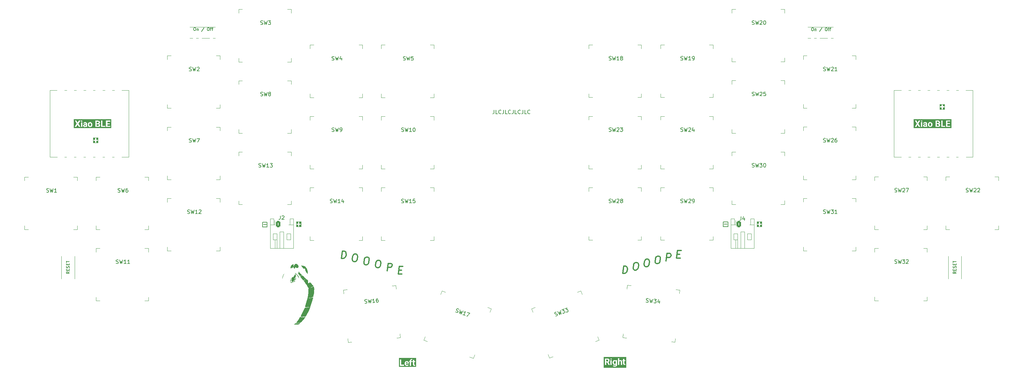
<source format=gto>
%TF.GenerationSoftware,KiCad,Pcbnew,(6.0.11)*%
%TF.CreationDate,2023-05-08T18:46:23+08:00*%
%TF.ProjectId,DOOOPE,444f4f4f-5045-42e6-9b69-6361645f7063,Rev 1*%
%TF.SameCoordinates,Original*%
%TF.FileFunction,Legend,Top*%
%TF.FilePolarity,Positive*%
%FSLAX46Y46*%
G04 Gerber Fmt 4.6, Leading zero omitted, Abs format (unit mm)*
G04 Created by KiCad (PCBNEW (6.0.11)) date 2023-05-08 18:46:23*
%MOMM*%
%LPD*%
G01*
G04 APERTURE LIST*
G04 Aperture macros list*
%AMRoundRect*
0 Rectangle with rounded corners*
0 $1 Rounding radius*
0 $2 $3 $4 $5 $6 $7 $8 $9 X,Y pos of 4 corners*
0 Add a 4 corners polygon primitive as box body*
4,1,4,$2,$3,$4,$5,$6,$7,$8,$9,$2,$3,0*
0 Add four circle primitives for the rounded corners*
1,1,$1+$1,$2,$3*
1,1,$1+$1,$4,$5*
1,1,$1+$1,$6,$7*
1,1,$1+$1,$8,$9*
0 Add four rect primitives between the rounded corners*
20,1,$1+$1,$2,$3,$4,$5,0*
20,1,$1+$1,$4,$5,$6,$7,0*
20,1,$1+$1,$6,$7,$8,$9,0*
20,1,$1+$1,$8,$9,$2,$3,0*%
G04 Aperture macros list end*
%ADD10C,0.150000*%
%ADD11C,0.300000*%
%ADD12C,0.120000*%
%ADD13C,0.100000*%
%ADD14C,0.900000*%
%ADD15R,0.700000X1.000000*%
%ADD16R,1.000000X2.800000*%
%ADD17C,4.200000*%
%ADD18C,2.200000*%
%ADD19RoundRect,0.250000X-0.350000X-0.625000X0.350000X-0.625000X0.350000X0.625000X-0.350000X0.625000X0*%
%ADD20O,1.200000X1.750000*%
%ADD21C,3.800000*%
%ADD22C,2.600000*%
%ADD23C,0.300000*%
%ADD24O,1.800000X2.750000*%
%ADD25C,1.500000*%
%ADD26C,2.025000*%
G04 APERTURE END LIST*
D10*
X143314882Y-75084044D02*
X143314882Y-75798330D01*
X143267263Y-75941187D01*
X143172025Y-76036425D01*
X143029168Y-76084044D01*
X142933930Y-76084044D01*
X144267263Y-76084044D02*
X143791072Y-76084044D01*
X143791072Y-75084044D01*
X145172025Y-75988806D02*
X145124406Y-76036425D01*
X144981549Y-76084044D01*
X144886310Y-76084044D01*
X144743453Y-76036425D01*
X144648215Y-75941187D01*
X144600596Y-75845949D01*
X144552977Y-75655473D01*
X144552977Y-75512616D01*
X144600596Y-75322140D01*
X144648215Y-75226902D01*
X144743453Y-75131664D01*
X144886310Y-75084044D01*
X144981549Y-75084044D01*
X145124406Y-75131664D01*
X145172025Y-75179283D01*
X145886310Y-75084044D02*
X145886310Y-75798330D01*
X145838691Y-75941187D01*
X145743453Y-76036425D01*
X145600596Y-76084044D01*
X145505358Y-76084044D01*
X146838691Y-76084044D02*
X146362501Y-76084044D01*
X146362501Y-75084044D01*
X147743453Y-75988806D02*
X147695834Y-76036425D01*
X147552977Y-76084044D01*
X147457739Y-76084044D01*
X147314882Y-76036425D01*
X147219644Y-75941187D01*
X147172025Y-75845949D01*
X147124406Y-75655473D01*
X147124406Y-75512616D01*
X147172025Y-75322140D01*
X147219644Y-75226902D01*
X147314882Y-75131664D01*
X147457739Y-75084044D01*
X147552977Y-75084044D01*
X147695834Y-75131664D01*
X147743453Y-75179283D01*
X148457739Y-75084044D02*
X148457739Y-75798330D01*
X148410120Y-75941187D01*
X148314882Y-76036425D01*
X148172025Y-76084044D01*
X148076787Y-76084044D01*
X149410120Y-76084044D02*
X148933930Y-76084044D01*
X148933930Y-75084044D01*
X150314882Y-75988806D02*
X150267263Y-76036425D01*
X150124406Y-76084044D01*
X150029168Y-76084044D01*
X149886310Y-76036425D01*
X149791072Y-75941187D01*
X149743453Y-75845949D01*
X149695834Y-75655473D01*
X149695834Y-75512616D01*
X149743453Y-75322140D01*
X149791072Y-75226902D01*
X149886310Y-75131664D01*
X150029168Y-75084044D01*
X150124406Y-75084044D01*
X150267263Y-75131664D01*
X150314882Y-75179283D01*
X151029168Y-75084044D02*
X151029168Y-75798330D01*
X150981549Y-75941187D01*
X150886310Y-76036425D01*
X150743453Y-76084044D01*
X150648215Y-76084044D01*
X151981549Y-76084044D02*
X151505358Y-76084044D01*
X151505358Y-75084044D01*
X152886310Y-75988806D02*
X152838691Y-76036425D01*
X152695834Y-76084044D01*
X152600596Y-76084044D01*
X152457739Y-76036425D01*
X152362501Y-75941187D01*
X152314882Y-75845949D01*
X152267263Y-75655473D01*
X152267263Y-75512616D01*
X152314882Y-75322140D01*
X152362501Y-75226902D01*
X152457739Y-75131664D01*
X152600596Y-75084044D01*
X152695834Y-75084044D01*
X152838691Y-75131664D01*
X152886310Y-75179283D01*
X204383930Y-104856664D02*
X205583930Y-104856664D01*
X205583930Y-104856664D02*
X205583930Y-106131664D01*
X205583930Y-106131664D02*
X204383930Y-106131664D01*
X204383930Y-106131664D02*
X204383930Y-104856664D01*
X81683930Y-104931664D02*
X82883930Y-104931664D01*
X82883930Y-104931664D02*
X82883930Y-106206664D01*
X82883930Y-106206664D02*
X81683930Y-106206664D01*
X81683930Y-106206664D02*
X81683930Y-104931664D01*
X204602977Y-105465592D02*
X205364882Y-105465592D01*
D11*
X114844105Y-117936425D02*
X115094105Y-115936425D01*
X115856010Y-115936425D01*
X116034581Y-116031664D01*
X116117914Y-116126902D01*
X116189343Y-116317378D01*
X116153629Y-116603092D01*
X116034581Y-116793568D01*
X115927438Y-116888806D01*
X115725057Y-116984044D01*
X114963152Y-116984044D01*
X102645775Y-114636425D02*
X102895775Y-112636425D01*
X103371965Y-112636425D01*
X103645775Y-112731664D01*
X103812441Y-112922140D01*
X103883870Y-113112616D01*
X103931489Y-113493568D01*
X103895775Y-113779283D01*
X103752918Y-114160235D01*
X103633870Y-114350711D01*
X103419584Y-114541187D01*
X103121965Y-114636425D01*
X102645775Y-114636425D01*
D10*
X81902977Y-105540592D02*
X82664882Y-105540592D01*
D11*
X189124105Y-115286425D02*
X189374105Y-113286425D01*
X190136010Y-113286425D01*
X190314581Y-113381664D01*
X190397914Y-113476902D01*
X190469343Y-113667378D01*
X190433629Y-113953092D01*
X190314581Y-114143568D01*
X190207438Y-114238806D01*
X190005057Y-114334044D01*
X189243152Y-114334044D01*
X117971965Y-117713806D02*
X118638632Y-117713806D01*
X118793394Y-118761425D02*
X117841013Y-118761425D01*
X118091013Y-116761425D01*
X119043394Y-116761425D01*
X183930773Y-114811425D02*
X184311725Y-114811425D01*
X184490297Y-114906664D01*
X184656964Y-115097140D01*
X184704583Y-115478092D01*
X184621249Y-116144759D01*
X184478392Y-116525711D01*
X184264106Y-116716187D01*
X184061725Y-116811425D01*
X183680773Y-116811425D01*
X183502202Y-116716187D01*
X183335535Y-116525711D01*
X183287916Y-116144759D01*
X183371249Y-115478092D01*
X183514106Y-115097140D01*
X183728392Y-114906664D01*
X183930773Y-114811425D01*
X181018631Y-115711425D02*
X181399583Y-115711425D01*
X181578155Y-115806664D01*
X181744822Y-115997140D01*
X181792441Y-116378092D01*
X181709107Y-117044759D01*
X181566250Y-117425711D01*
X181351964Y-117616187D01*
X181149583Y-117711425D01*
X180768631Y-117711425D01*
X180590060Y-117616187D01*
X180423393Y-117425711D01*
X180375774Y-117044759D01*
X180459107Y-116378092D01*
X180601964Y-115997140D01*
X180816250Y-115806664D01*
X181018631Y-115711425D01*
X177570775Y-118611425D02*
X177820775Y-116611425D01*
X178296965Y-116611425D01*
X178570775Y-116706664D01*
X178737441Y-116897140D01*
X178808870Y-117087616D01*
X178856489Y-117468568D01*
X178820775Y-117754283D01*
X178677918Y-118135235D01*
X178558870Y-118325711D01*
X178344584Y-118516187D01*
X178046965Y-118611425D01*
X177570775Y-118611425D01*
X192071965Y-113488806D02*
X192738632Y-113488806D01*
X192893394Y-114536425D02*
X191941013Y-114536425D01*
X192191013Y-112536425D01*
X193143394Y-112536425D01*
X186842915Y-114011425D02*
X187223867Y-114011425D01*
X187402439Y-114106664D01*
X187569106Y-114297140D01*
X187616725Y-114678092D01*
X187533391Y-115344759D01*
X187390534Y-115725711D01*
X187176248Y-115916187D01*
X186973867Y-116011425D01*
X186592915Y-116011425D01*
X186414344Y-115916187D01*
X186247677Y-115725711D01*
X186200058Y-115344759D01*
X186283391Y-114678092D01*
X186426248Y-114297140D01*
X186640534Y-114106664D01*
X186842915Y-114011425D01*
X109290773Y-114286425D02*
X109671725Y-114286425D01*
X109850297Y-114381664D01*
X110016964Y-114572140D01*
X110064583Y-114953092D01*
X109981249Y-115619759D01*
X109838392Y-116000711D01*
X109624106Y-116191187D01*
X109421725Y-116286425D01*
X109040773Y-116286425D01*
X108862202Y-116191187D01*
X108695535Y-116000711D01*
X108647916Y-115619759D01*
X108731249Y-114953092D01*
X108874106Y-114572140D01*
X109088392Y-114381664D01*
X109290773Y-114286425D01*
X112382915Y-115111425D02*
X112763867Y-115111425D01*
X112942439Y-115206664D01*
X113109106Y-115397140D01*
X113156725Y-115778092D01*
X113073391Y-116444759D01*
X112930534Y-116825711D01*
X112716248Y-117016187D01*
X112513867Y-117111425D01*
X112132915Y-117111425D01*
X111954344Y-117016187D01*
X111787677Y-116825711D01*
X111740058Y-116444759D01*
X111823391Y-115778092D01*
X111966248Y-115397140D01*
X112180534Y-115206664D01*
X112382915Y-115111425D01*
X106198631Y-113461425D02*
X106579583Y-113461425D01*
X106758155Y-113556664D01*
X106924822Y-113747140D01*
X106972441Y-114128092D01*
X106889107Y-114794759D01*
X106746250Y-115175711D01*
X106531964Y-115366187D01*
X106329583Y-115461425D01*
X105948631Y-115461425D01*
X105770060Y-115366187D01*
X105603393Y-115175711D01*
X105555774Y-114794759D01*
X105639107Y-114128092D01*
X105781964Y-113747140D01*
X105996250Y-113556664D01*
X106198631Y-113461425D01*
D10*
%TO.C,On / Off*%
X63516072Y-53143568D02*
X63668453Y-53143568D01*
X63744644Y-53181664D01*
X63820834Y-53257854D01*
X63858930Y-53410235D01*
X63858930Y-53676902D01*
X63820834Y-53829283D01*
X63744644Y-53905473D01*
X63668453Y-53943568D01*
X63516072Y-53943568D01*
X63439882Y-53905473D01*
X63363691Y-53829283D01*
X63325596Y-53676902D01*
X63325596Y-53410235D01*
X63363691Y-53257854D01*
X63439882Y-53181664D01*
X63516072Y-53143568D01*
X64201787Y-53410235D02*
X64201787Y-53943568D01*
X64201787Y-53486425D02*
X64239882Y-53448330D01*
X64316072Y-53410235D01*
X64430358Y-53410235D01*
X64506549Y-53448330D01*
X64544644Y-53524521D01*
X64544644Y-53943568D01*
X66106549Y-53105473D02*
X65420834Y-54134044D01*
X67135120Y-53143568D02*
X67287501Y-53143568D01*
X67363691Y-53181664D01*
X67439882Y-53257854D01*
X67477977Y-53410235D01*
X67477977Y-53676902D01*
X67439882Y-53829283D01*
X67363691Y-53905473D01*
X67287501Y-53943568D01*
X67135120Y-53943568D01*
X67058930Y-53905473D01*
X66982739Y-53829283D01*
X66944644Y-53676902D01*
X66944644Y-53410235D01*
X66982739Y-53257854D01*
X67058930Y-53181664D01*
X67135120Y-53143568D01*
X67706549Y-53410235D02*
X68011310Y-53410235D01*
X67820834Y-53943568D02*
X67820834Y-53257854D01*
X67858930Y-53181664D01*
X67935120Y-53143568D01*
X68011310Y-53143568D01*
X68163691Y-53410235D02*
X68468453Y-53410235D01*
X68277977Y-53943568D02*
X68277977Y-53257854D01*
X68316072Y-53181664D01*
X68392263Y-53143568D01*
X68468453Y-53143568D01*
%TO.C,SW33*%
X159712960Y-129926947D02*
X159863489Y-129922834D01*
X160087225Y-129841401D01*
X160160433Y-129764080D01*
X160188893Y-129703046D01*
X160201067Y-129597265D01*
X160168494Y-129507770D01*
X160091173Y-129434563D01*
X160030139Y-129406102D01*
X159924358Y-129393928D01*
X159729082Y-129414327D01*
X159623301Y-129402154D01*
X159562267Y-129373693D01*
X159484947Y-129300485D01*
X159452373Y-129210991D01*
X159464547Y-129105209D01*
X159493008Y-129044175D01*
X159566216Y-128966855D01*
X159789952Y-128885421D01*
X159940480Y-128881309D01*
X160237425Y-128722555D02*
X160803181Y-129580814D01*
X160737870Y-128844458D01*
X161161159Y-129450521D01*
X161042875Y-128429395D01*
X161311359Y-128331675D02*
X161893074Y-128119948D01*
X161710136Y-128591933D01*
X161844378Y-128543073D01*
X161950159Y-128555247D01*
X162011193Y-128583707D01*
X162088514Y-128656915D01*
X162169947Y-128880651D01*
X162157773Y-128986433D01*
X162129313Y-129047466D01*
X162056105Y-129124787D01*
X161787621Y-129222507D01*
X161681840Y-129210333D01*
X161620806Y-129181873D01*
X162206304Y-128005941D02*
X162788019Y-127794214D01*
X162605081Y-128266199D01*
X162739323Y-128217339D01*
X162845104Y-128229513D01*
X162906138Y-128257974D01*
X162983459Y-128331182D01*
X163064892Y-128554918D01*
X163052718Y-128660699D01*
X163024258Y-128721733D01*
X162951050Y-128799054D01*
X162682566Y-128896774D01*
X162576785Y-128884600D01*
X162515751Y-128856139D01*
%TO.C,SW10*%
X118674406Y-80771425D02*
X118817263Y-80819044D01*
X119055358Y-80819044D01*
X119150596Y-80771425D01*
X119198215Y-80723806D01*
X119245834Y-80628568D01*
X119245834Y-80533330D01*
X119198215Y-80438092D01*
X119150596Y-80390473D01*
X119055358Y-80342854D01*
X118864882Y-80295235D01*
X118769644Y-80247616D01*
X118722025Y-80199997D01*
X118674406Y-80104759D01*
X118674406Y-80009521D01*
X118722025Y-79914283D01*
X118769644Y-79866664D01*
X118864882Y-79819044D01*
X119102977Y-79819044D01*
X119245834Y-79866664D01*
X119579168Y-79819044D02*
X119817263Y-80819044D01*
X120007739Y-80104759D01*
X120198215Y-80819044D01*
X120436310Y-79819044D01*
X121341072Y-80819044D02*
X120769644Y-80819044D01*
X121055358Y-80819044D02*
X121055358Y-79819044D01*
X120960120Y-79961902D01*
X120864882Y-80057140D01*
X120769644Y-80104759D01*
X121960120Y-79819044D02*
X122055358Y-79819044D01*
X122150596Y-79866664D01*
X122198215Y-79914283D01*
X122245834Y-80009521D01*
X122293453Y-80199997D01*
X122293453Y-80438092D01*
X122245834Y-80628568D01*
X122198215Y-80723806D01*
X122150596Y-80771425D01*
X122055358Y-80819044D01*
X121960120Y-80819044D01*
X121864882Y-80771425D01*
X121817263Y-80723806D01*
X121769644Y-80628568D01*
X121722025Y-80438092D01*
X121722025Y-80199997D01*
X121769644Y-80009521D01*
X121817263Y-79914283D01*
X121864882Y-79866664D01*
X121960120Y-79819044D01*
%TO.C,SW28*%
X173936906Y-99746425D02*
X174079763Y-99794044D01*
X174317858Y-99794044D01*
X174413096Y-99746425D01*
X174460715Y-99698806D01*
X174508334Y-99603568D01*
X174508334Y-99508330D01*
X174460715Y-99413092D01*
X174413096Y-99365473D01*
X174317858Y-99317854D01*
X174127382Y-99270235D01*
X174032144Y-99222616D01*
X173984525Y-99174997D01*
X173936906Y-99079759D01*
X173936906Y-98984521D01*
X173984525Y-98889283D01*
X174032144Y-98841664D01*
X174127382Y-98794044D01*
X174365477Y-98794044D01*
X174508334Y-98841664D01*
X174841668Y-98794044D02*
X175079763Y-99794044D01*
X175270239Y-99079759D01*
X175460715Y-99794044D01*
X175698810Y-98794044D01*
X176032144Y-98889283D02*
X176079763Y-98841664D01*
X176175001Y-98794044D01*
X176413096Y-98794044D01*
X176508334Y-98841664D01*
X176555953Y-98889283D01*
X176603572Y-98984521D01*
X176603572Y-99079759D01*
X176555953Y-99222616D01*
X175984525Y-99794044D01*
X176603572Y-99794044D01*
X177175001Y-99222616D02*
X177079763Y-99174997D01*
X177032144Y-99127378D01*
X176984525Y-99032140D01*
X176984525Y-98984521D01*
X177032144Y-98889283D01*
X177079763Y-98841664D01*
X177175001Y-98794044D01*
X177365477Y-98794044D01*
X177460715Y-98841664D01*
X177508334Y-98889283D01*
X177555953Y-98984521D01*
X177555953Y-99032140D01*
X177508334Y-99127378D01*
X177460715Y-99174997D01*
X177365477Y-99222616D01*
X177175001Y-99222616D01*
X177079763Y-99270235D01*
X177032144Y-99317854D01*
X176984525Y-99413092D01*
X176984525Y-99603568D01*
X177032144Y-99698806D01*
X177079763Y-99746425D01*
X177175001Y-99794044D01*
X177365477Y-99794044D01*
X177460715Y-99746425D01*
X177508334Y-99698806D01*
X177555953Y-99603568D01*
X177555953Y-99413092D01*
X177508334Y-99317854D01*
X177460715Y-99270235D01*
X177365477Y-99222616D01*
%TO.C,J4*%
X209100596Y-103459044D02*
X209100596Y-104173330D01*
X209052977Y-104316187D01*
X208957739Y-104411425D01*
X208814882Y-104459044D01*
X208719644Y-104459044D01*
X210005358Y-103792378D02*
X210005358Y-104459044D01*
X209767263Y-103411425D02*
X209529168Y-104125711D01*
X210148215Y-104125711D01*
%TO.C,SW3*%
X81150596Y-52271425D02*
X81293453Y-52319044D01*
X81531549Y-52319044D01*
X81626787Y-52271425D01*
X81674406Y-52223806D01*
X81722025Y-52128568D01*
X81722025Y-52033330D01*
X81674406Y-51938092D01*
X81626787Y-51890473D01*
X81531549Y-51842854D01*
X81341072Y-51795235D01*
X81245834Y-51747616D01*
X81198215Y-51699997D01*
X81150596Y-51604759D01*
X81150596Y-51509521D01*
X81198215Y-51414283D01*
X81245834Y-51366664D01*
X81341072Y-51319044D01*
X81579168Y-51319044D01*
X81722025Y-51366664D01*
X82055358Y-51319044D02*
X82293453Y-52319044D01*
X82483930Y-51604759D01*
X82674406Y-52319044D01*
X82912501Y-51319044D01*
X83198215Y-51319044D02*
X83817263Y-51319044D01*
X83483930Y-51699997D01*
X83626787Y-51699997D01*
X83722025Y-51747616D01*
X83769644Y-51795235D01*
X83817263Y-51890473D01*
X83817263Y-52128568D01*
X83769644Y-52223806D01*
X83722025Y-52271425D01*
X83626787Y-52319044D01*
X83341072Y-52319044D01*
X83245834Y-52271425D01*
X83198215Y-52223806D01*
%TO.C,SW23*%
X173936906Y-80746425D02*
X174079763Y-80794044D01*
X174317858Y-80794044D01*
X174413096Y-80746425D01*
X174460715Y-80698806D01*
X174508334Y-80603568D01*
X174508334Y-80508330D01*
X174460715Y-80413092D01*
X174413096Y-80365473D01*
X174317858Y-80317854D01*
X174127382Y-80270235D01*
X174032144Y-80222616D01*
X173984525Y-80174997D01*
X173936906Y-80079759D01*
X173936906Y-79984521D01*
X173984525Y-79889283D01*
X174032144Y-79841664D01*
X174127382Y-79794044D01*
X174365477Y-79794044D01*
X174508334Y-79841664D01*
X174841668Y-79794044D02*
X175079763Y-80794044D01*
X175270239Y-80079759D01*
X175460715Y-80794044D01*
X175698810Y-79794044D01*
X176032144Y-79889283D02*
X176079763Y-79841664D01*
X176175001Y-79794044D01*
X176413096Y-79794044D01*
X176508334Y-79841664D01*
X176555953Y-79889283D01*
X176603572Y-79984521D01*
X176603572Y-80079759D01*
X176555953Y-80222616D01*
X175984525Y-80794044D01*
X176603572Y-80794044D01*
X176936906Y-79794044D02*
X177555953Y-79794044D01*
X177222620Y-80174997D01*
X177365477Y-80174997D01*
X177460715Y-80222616D01*
X177508334Y-80270235D01*
X177555953Y-80365473D01*
X177555953Y-80603568D01*
X177508334Y-80698806D01*
X177460715Y-80746425D01*
X177365477Y-80794044D01*
X177079763Y-80794044D01*
X176984525Y-80746425D01*
X176936906Y-80698806D01*
%TO.C,SW20*%
X212049406Y-52246425D02*
X212192263Y-52294044D01*
X212430358Y-52294044D01*
X212525596Y-52246425D01*
X212573215Y-52198806D01*
X212620834Y-52103568D01*
X212620834Y-52008330D01*
X212573215Y-51913092D01*
X212525596Y-51865473D01*
X212430358Y-51817854D01*
X212239882Y-51770235D01*
X212144644Y-51722616D01*
X212097025Y-51674997D01*
X212049406Y-51579759D01*
X212049406Y-51484521D01*
X212097025Y-51389283D01*
X212144644Y-51341664D01*
X212239882Y-51294044D01*
X212477977Y-51294044D01*
X212620834Y-51341664D01*
X212954168Y-51294044D02*
X213192263Y-52294044D01*
X213382739Y-51579759D01*
X213573215Y-52294044D01*
X213811310Y-51294044D01*
X214144644Y-51389283D02*
X214192263Y-51341664D01*
X214287501Y-51294044D01*
X214525596Y-51294044D01*
X214620834Y-51341664D01*
X214668453Y-51389283D01*
X214716072Y-51484521D01*
X214716072Y-51579759D01*
X214668453Y-51722616D01*
X214097025Y-52294044D01*
X214716072Y-52294044D01*
X215335120Y-51294044D02*
X215430358Y-51294044D01*
X215525596Y-51341664D01*
X215573215Y-51389283D01*
X215620834Y-51484521D01*
X215668453Y-51674997D01*
X215668453Y-51913092D01*
X215620834Y-52103568D01*
X215573215Y-52198806D01*
X215525596Y-52246425D01*
X215430358Y-52294044D01*
X215335120Y-52294044D01*
X215239882Y-52246425D01*
X215192263Y-52198806D01*
X215144644Y-52103568D01*
X215097025Y-51913092D01*
X215097025Y-51674997D01*
X215144644Y-51484521D01*
X215192263Y-51389283D01*
X215239882Y-51341664D01*
X215335120Y-51294044D01*
%TO.C,SW30*%
X212049406Y-90246425D02*
X212192263Y-90294044D01*
X212430358Y-90294044D01*
X212525596Y-90246425D01*
X212573215Y-90198806D01*
X212620834Y-90103568D01*
X212620834Y-90008330D01*
X212573215Y-89913092D01*
X212525596Y-89865473D01*
X212430358Y-89817854D01*
X212239882Y-89770235D01*
X212144644Y-89722616D01*
X212097025Y-89674997D01*
X212049406Y-89579759D01*
X212049406Y-89484521D01*
X212097025Y-89389283D01*
X212144644Y-89341664D01*
X212239882Y-89294044D01*
X212477977Y-89294044D01*
X212620834Y-89341664D01*
X212954168Y-89294044D02*
X213192263Y-90294044D01*
X213382739Y-89579759D01*
X213573215Y-90294044D01*
X213811310Y-89294044D01*
X214097025Y-89294044D02*
X214716072Y-89294044D01*
X214382739Y-89674997D01*
X214525596Y-89674997D01*
X214620834Y-89722616D01*
X214668453Y-89770235D01*
X214716072Y-89865473D01*
X214716072Y-90103568D01*
X214668453Y-90198806D01*
X214620834Y-90246425D01*
X214525596Y-90294044D01*
X214239882Y-90294044D01*
X214144644Y-90246425D01*
X214097025Y-90198806D01*
X215335120Y-89294044D02*
X215430358Y-89294044D01*
X215525596Y-89341664D01*
X215573215Y-89389283D01*
X215620834Y-89484521D01*
X215668453Y-89674997D01*
X215668453Y-89913092D01*
X215620834Y-90103568D01*
X215573215Y-90198806D01*
X215525596Y-90246425D01*
X215430358Y-90294044D01*
X215335120Y-90294044D01*
X215239882Y-90246425D01*
X215192263Y-90198806D01*
X215144644Y-90103568D01*
X215097025Y-89913092D01*
X215097025Y-89674997D01*
X215144644Y-89484521D01*
X215192263Y-89389283D01*
X215239882Y-89341664D01*
X215335120Y-89294044D01*
%TO.C,SW24*%
X193049406Y-80746425D02*
X193192263Y-80794044D01*
X193430358Y-80794044D01*
X193525596Y-80746425D01*
X193573215Y-80698806D01*
X193620834Y-80603568D01*
X193620834Y-80508330D01*
X193573215Y-80413092D01*
X193525596Y-80365473D01*
X193430358Y-80317854D01*
X193239882Y-80270235D01*
X193144644Y-80222616D01*
X193097025Y-80174997D01*
X193049406Y-80079759D01*
X193049406Y-79984521D01*
X193097025Y-79889283D01*
X193144644Y-79841664D01*
X193239882Y-79794044D01*
X193477977Y-79794044D01*
X193620834Y-79841664D01*
X193954168Y-79794044D02*
X194192263Y-80794044D01*
X194382739Y-80079759D01*
X194573215Y-80794044D01*
X194811310Y-79794044D01*
X195144644Y-79889283D02*
X195192263Y-79841664D01*
X195287501Y-79794044D01*
X195525596Y-79794044D01*
X195620834Y-79841664D01*
X195668453Y-79889283D01*
X195716072Y-79984521D01*
X195716072Y-80079759D01*
X195668453Y-80222616D01*
X195097025Y-80794044D01*
X195716072Y-80794044D01*
X196573215Y-80127378D02*
X196573215Y-80794044D01*
X196335120Y-79746425D02*
X196097025Y-80460711D01*
X196716072Y-80460711D01*
%TO.C,SW27*%
X250049406Y-96896425D02*
X250192263Y-96944044D01*
X250430358Y-96944044D01*
X250525596Y-96896425D01*
X250573215Y-96848806D01*
X250620834Y-96753568D01*
X250620834Y-96658330D01*
X250573215Y-96563092D01*
X250525596Y-96515473D01*
X250430358Y-96467854D01*
X250239882Y-96420235D01*
X250144644Y-96372616D01*
X250097025Y-96324997D01*
X250049406Y-96229759D01*
X250049406Y-96134521D01*
X250097025Y-96039283D01*
X250144644Y-95991664D01*
X250239882Y-95944044D01*
X250477977Y-95944044D01*
X250620834Y-95991664D01*
X250954168Y-95944044D02*
X251192263Y-96944044D01*
X251382739Y-96229759D01*
X251573215Y-96944044D01*
X251811310Y-95944044D01*
X252144644Y-96039283D02*
X252192263Y-95991664D01*
X252287501Y-95944044D01*
X252525596Y-95944044D01*
X252620834Y-95991664D01*
X252668453Y-96039283D01*
X252716072Y-96134521D01*
X252716072Y-96229759D01*
X252668453Y-96372616D01*
X252097025Y-96944044D01*
X252716072Y-96944044D01*
X253049406Y-95944044D02*
X253716072Y-95944044D01*
X253287501Y-96944044D01*
%TO.C,SW7*%
X62150596Y-83621425D02*
X62293453Y-83669044D01*
X62531549Y-83669044D01*
X62626787Y-83621425D01*
X62674406Y-83573806D01*
X62722025Y-83478568D01*
X62722025Y-83383330D01*
X62674406Y-83288092D01*
X62626787Y-83240473D01*
X62531549Y-83192854D01*
X62341072Y-83145235D01*
X62245834Y-83097616D01*
X62198215Y-83049997D01*
X62150596Y-82954759D01*
X62150596Y-82859521D01*
X62198215Y-82764283D01*
X62245834Y-82716664D01*
X62341072Y-82669044D01*
X62579168Y-82669044D01*
X62722025Y-82716664D01*
X63055358Y-82669044D02*
X63293453Y-83669044D01*
X63483930Y-82954759D01*
X63674406Y-83669044D01*
X63912501Y-82669044D01*
X64198215Y-82669044D02*
X64864882Y-82669044D01*
X64436310Y-83669044D01*
%TO.C,SW34*%
X183815711Y-126217506D02*
X183953874Y-126277394D01*
X184191064Y-126298146D01*
X184290090Y-126259009D01*
X184341678Y-126215721D01*
X184397416Y-126124996D01*
X184405717Y-126030120D01*
X184366579Y-125931094D01*
X184323292Y-125879506D01*
X184232566Y-125823767D01*
X184046965Y-125759728D01*
X183956240Y-125703990D01*
X183912952Y-125652402D01*
X183873815Y-125553376D01*
X183882116Y-125458500D01*
X183937854Y-125367775D01*
X183989442Y-125324487D01*
X184088468Y-125285350D01*
X184325657Y-125306101D01*
X184463820Y-125365990D01*
X184800036Y-125347604D02*
X184950069Y-126364550D01*
X185202075Y-125669584D01*
X185329572Y-126397752D01*
X185653917Y-125422309D01*
X185938544Y-125447211D02*
X186555236Y-125501164D01*
X186189969Y-125851615D01*
X186332282Y-125864066D01*
X186423008Y-125919804D01*
X186466295Y-125971392D01*
X186505433Y-126070418D01*
X186484681Y-126307608D01*
X186428943Y-126398333D01*
X186377355Y-126441621D01*
X186278329Y-126480758D01*
X185993702Y-126455856D01*
X185902976Y-126400118D01*
X185859689Y-126348530D01*
X187380065Y-125907934D02*
X187321961Y-126572064D01*
X187176078Y-125507680D02*
X186876635Y-126198496D01*
X187493327Y-126252450D01*
%TO.C,SW17*%
X133092484Y-128850968D02*
X133210439Y-128944575D01*
X133434175Y-129026008D01*
X133539956Y-129013834D01*
X133600990Y-128985374D01*
X133678311Y-128912166D01*
X133710884Y-128822671D01*
X133698710Y-128716890D01*
X133670250Y-128655856D01*
X133597042Y-128578536D01*
X133434339Y-128468642D01*
X133361132Y-128391321D01*
X133332671Y-128330287D01*
X133320497Y-128224506D01*
X133353070Y-128135011D01*
X133430391Y-128061804D01*
X133491425Y-128033343D01*
X133597206Y-128021169D01*
X133820942Y-128102602D01*
X133938898Y-128196210D01*
X134268415Y-128265469D02*
X134150131Y-129286595D01*
X134573421Y-128680533D01*
X134508109Y-129416889D01*
X135073866Y-128558629D01*
X135582044Y-129807769D02*
X135045077Y-129612329D01*
X135313560Y-129710049D02*
X135655580Y-128770356D01*
X135517226Y-128872024D01*
X135395158Y-128928946D01*
X135289377Y-128941120D01*
X136237295Y-128982083D02*
X136863757Y-129210096D01*
X136119011Y-130003209D01*
%TO.C,SW1*%
X24150596Y-96921425D02*
X24293453Y-96969044D01*
X24531549Y-96969044D01*
X24626787Y-96921425D01*
X24674406Y-96873806D01*
X24722025Y-96778568D01*
X24722025Y-96683330D01*
X24674406Y-96588092D01*
X24626787Y-96540473D01*
X24531549Y-96492854D01*
X24341072Y-96445235D01*
X24245834Y-96397616D01*
X24198215Y-96349997D01*
X24150596Y-96254759D01*
X24150596Y-96159521D01*
X24198215Y-96064283D01*
X24245834Y-96016664D01*
X24341072Y-95969044D01*
X24579168Y-95969044D01*
X24722025Y-96016664D01*
X25055358Y-95969044D02*
X25293453Y-96969044D01*
X25483930Y-96254759D01*
X25674406Y-96969044D01*
X25912501Y-95969044D01*
X26817263Y-96969044D02*
X26245834Y-96969044D01*
X26531549Y-96969044D02*
X26531549Y-95969044D01*
X26436310Y-96111902D01*
X26341072Y-96207140D01*
X26245834Y-96254759D01*
%TO.C,SW19*%
X193049406Y-61746425D02*
X193192263Y-61794044D01*
X193430358Y-61794044D01*
X193525596Y-61746425D01*
X193573215Y-61698806D01*
X193620834Y-61603568D01*
X193620834Y-61508330D01*
X193573215Y-61413092D01*
X193525596Y-61365473D01*
X193430358Y-61317854D01*
X193239882Y-61270235D01*
X193144644Y-61222616D01*
X193097025Y-61174997D01*
X193049406Y-61079759D01*
X193049406Y-60984521D01*
X193097025Y-60889283D01*
X193144644Y-60841664D01*
X193239882Y-60794044D01*
X193477977Y-60794044D01*
X193620834Y-60841664D01*
X193954168Y-60794044D02*
X194192263Y-61794044D01*
X194382739Y-61079759D01*
X194573215Y-61794044D01*
X194811310Y-60794044D01*
X195716072Y-61794044D02*
X195144644Y-61794044D01*
X195430358Y-61794044D02*
X195430358Y-60794044D01*
X195335120Y-60936902D01*
X195239882Y-61032140D01*
X195144644Y-61079759D01*
X196192263Y-61794044D02*
X196382739Y-61794044D01*
X196477977Y-61746425D01*
X196525596Y-61698806D01*
X196620834Y-61555949D01*
X196668453Y-61365473D01*
X196668453Y-60984521D01*
X196620834Y-60889283D01*
X196573215Y-60841664D01*
X196477977Y-60794044D01*
X196287501Y-60794044D01*
X196192263Y-60841664D01*
X196144644Y-60889283D01*
X196097025Y-60984521D01*
X196097025Y-61222616D01*
X196144644Y-61317854D01*
X196192263Y-61365473D01*
X196287501Y-61413092D01*
X196477977Y-61413092D01*
X196573215Y-61365473D01*
X196620834Y-61317854D01*
X196668453Y-61222616D01*
%TO.C,On / Off*%
X228066072Y-53168568D02*
X228218453Y-53168568D01*
X228294644Y-53206664D01*
X228370834Y-53282854D01*
X228408930Y-53435235D01*
X228408930Y-53701902D01*
X228370834Y-53854283D01*
X228294644Y-53930473D01*
X228218453Y-53968568D01*
X228066072Y-53968568D01*
X227989882Y-53930473D01*
X227913691Y-53854283D01*
X227875596Y-53701902D01*
X227875596Y-53435235D01*
X227913691Y-53282854D01*
X227989882Y-53206664D01*
X228066072Y-53168568D01*
X228751787Y-53435235D02*
X228751787Y-53968568D01*
X228751787Y-53511425D02*
X228789882Y-53473330D01*
X228866072Y-53435235D01*
X228980358Y-53435235D01*
X229056549Y-53473330D01*
X229094644Y-53549521D01*
X229094644Y-53968568D01*
X230656549Y-53130473D02*
X229970834Y-54159044D01*
X231685120Y-53168568D02*
X231837501Y-53168568D01*
X231913691Y-53206664D01*
X231989882Y-53282854D01*
X232027977Y-53435235D01*
X232027977Y-53701902D01*
X231989882Y-53854283D01*
X231913691Y-53930473D01*
X231837501Y-53968568D01*
X231685120Y-53968568D01*
X231608930Y-53930473D01*
X231532739Y-53854283D01*
X231494644Y-53701902D01*
X231494644Y-53435235D01*
X231532739Y-53282854D01*
X231608930Y-53206664D01*
X231685120Y-53168568D01*
X232256549Y-53435235D02*
X232561310Y-53435235D01*
X232370834Y-53968568D02*
X232370834Y-53282854D01*
X232408930Y-53206664D01*
X232485120Y-53168568D01*
X232561310Y-53168568D01*
X232713691Y-53435235D02*
X233018453Y-53435235D01*
X232827977Y-53968568D02*
X232827977Y-53282854D01*
X232866072Y-53206664D01*
X232942263Y-53168568D01*
X233018453Y-53168568D01*
%TO.C,SW13*%
X80674406Y-90271425D02*
X80817263Y-90319044D01*
X81055358Y-90319044D01*
X81150596Y-90271425D01*
X81198215Y-90223806D01*
X81245834Y-90128568D01*
X81245834Y-90033330D01*
X81198215Y-89938092D01*
X81150596Y-89890473D01*
X81055358Y-89842854D01*
X80864882Y-89795235D01*
X80769644Y-89747616D01*
X80722025Y-89699997D01*
X80674406Y-89604759D01*
X80674406Y-89509521D01*
X80722025Y-89414283D01*
X80769644Y-89366664D01*
X80864882Y-89319044D01*
X81102977Y-89319044D01*
X81245834Y-89366664D01*
X81579168Y-89319044D02*
X81817263Y-90319044D01*
X82007739Y-89604759D01*
X82198215Y-90319044D01*
X82436310Y-89319044D01*
X83341072Y-90319044D02*
X82769644Y-90319044D01*
X83055358Y-90319044D02*
X83055358Y-89319044D01*
X82960120Y-89461902D01*
X82864882Y-89557140D01*
X82769644Y-89604759D01*
X83674406Y-89319044D02*
X84293453Y-89319044D01*
X83960120Y-89699997D01*
X84102977Y-89699997D01*
X84198215Y-89747616D01*
X84245834Y-89795235D01*
X84293453Y-89890473D01*
X84293453Y-90128568D01*
X84245834Y-90223806D01*
X84198215Y-90271425D01*
X84102977Y-90319044D01*
X83817263Y-90319044D01*
X83722025Y-90271425D01*
X83674406Y-90223806D01*
%TO.C,SW29*%
X193049406Y-99746425D02*
X193192263Y-99794044D01*
X193430358Y-99794044D01*
X193525596Y-99746425D01*
X193573215Y-99698806D01*
X193620834Y-99603568D01*
X193620834Y-99508330D01*
X193573215Y-99413092D01*
X193525596Y-99365473D01*
X193430358Y-99317854D01*
X193239882Y-99270235D01*
X193144644Y-99222616D01*
X193097025Y-99174997D01*
X193049406Y-99079759D01*
X193049406Y-98984521D01*
X193097025Y-98889283D01*
X193144644Y-98841664D01*
X193239882Y-98794044D01*
X193477977Y-98794044D01*
X193620834Y-98841664D01*
X193954168Y-98794044D02*
X194192263Y-99794044D01*
X194382739Y-99079759D01*
X194573215Y-99794044D01*
X194811310Y-98794044D01*
X195144644Y-98889283D02*
X195192263Y-98841664D01*
X195287501Y-98794044D01*
X195525596Y-98794044D01*
X195620834Y-98841664D01*
X195668453Y-98889283D01*
X195716072Y-98984521D01*
X195716072Y-99079759D01*
X195668453Y-99222616D01*
X195097025Y-99794044D01*
X195716072Y-99794044D01*
X196192263Y-99794044D02*
X196382739Y-99794044D01*
X196477977Y-99746425D01*
X196525596Y-99698806D01*
X196620834Y-99555949D01*
X196668453Y-99365473D01*
X196668453Y-98984521D01*
X196620834Y-98889283D01*
X196573215Y-98841664D01*
X196477977Y-98794044D01*
X196287501Y-98794044D01*
X196192263Y-98841664D01*
X196144644Y-98889283D01*
X196097025Y-98984521D01*
X196097025Y-99222616D01*
X196144644Y-99317854D01*
X196192263Y-99365473D01*
X196287501Y-99413092D01*
X196477977Y-99413092D01*
X196573215Y-99365473D01*
X196620834Y-99317854D01*
X196668453Y-99222616D01*
%TO.C,SW5*%
X119150596Y-61771425D02*
X119293453Y-61819044D01*
X119531549Y-61819044D01*
X119626787Y-61771425D01*
X119674406Y-61723806D01*
X119722025Y-61628568D01*
X119722025Y-61533330D01*
X119674406Y-61438092D01*
X119626787Y-61390473D01*
X119531549Y-61342854D01*
X119341072Y-61295235D01*
X119245834Y-61247616D01*
X119198215Y-61199997D01*
X119150596Y-61104759D01*
X119150596Y-61009521D01*
X119198215Y-60914283D01*
X119245834Y-60866664D01*
X119341072Y-60819044D01*
X119579168Y-60819044D01*
X119722025Y-60866664D01*
X120055358Y-60819044D02*
X120293453Y-61819044D01*
X120483930Y-61104759D01*
X120674406Y-61819044D01*
X120912501Y-60819044D01*
X121769644Y-60819044D02*
X121293453Y-60819044D01*
X121245834Y-61295235D01*
X121293453Y-61247616D01*
X121388691Y-61199997D01*
X121626787Y-61199997D01*
X121722025Y-61247616D01*
X121769644Y-61295235D01*
X121817263Y-61390473D01*
X121817263Y-61628568D01*
X121769644Y-61723806D01*
X121722025Y-61771425D01*
X121626787Y-61819044D01*
X121388691Y-61819044D01*
X121293453Y-61771425D01*
X121245834Y-61723806D01*
%TO.C,RESET*%
X266395834Y-118168568D02*
X266014882Y-118435235D01*
X266395834Y-118625711D02*
X265595834Y-118625711D01*
X265595834Y-118320949D01*
X265633930Y-118244759D01*
X265672025Y-118206664D01*
X265748215Y-118168568D01*
X265862501Y-118168568D01*
X265938691Y-118206664D01*
X265976787Y-118244759D01*
X266014882Y-118320949D01*
X266014882Y-118625711D01*
X265976787Y-117825711D02*
X265976787Y-117559044D01*
X266395834Y-117444759D02*
X266395834Y-117825711D01*
X265595834Y-117825711D01*
X265595834Y-117444759D01*
X266357739Y-117139997D02*
X266395834Y-117025711D01*
X266395834Y-116835235D01*
X266357739Y-116759044D01*
X266319644Y-116720949D01*
X266243453Y-116682854D01*
X266167263Y-116682854D01*
X266091072Y-116720949D01*
X266052977Y-116759044D01*
X266014882Y-116835235D01*
X265976787Y-116987616D01*
X265938691Y-117063806D01*
X265900596Y-117101902D01*
X265824406Y-117139997D01*
X265748215Y-117139997D01*
X265672025Y-117101902D01*
X265633930Y-117063806D01*
X265595834Y-116987616D01*
X265595834Y-116797140D01*
X265633930Y-116682854D01*
X265976787Y-116339997D02*
X265976787Y-116073330D01*
X266395834Y-115959044D02*
X266395834Y-116339997D01*
X265595834Y-116339997D01*
X265595834Y-115959044D01*
X265595834Y-115730473D02*
X265595834Y-115273330D01*
X266395834Y-115501902D02*
X265595834Y-115501902D01*
%TO.C,SW22*%
X269049406Y-96896425D02*
X269192263Y-96944044D01*
X269430358Y-96944044D01*
X269525596Y-96896425D01*
X269573215Y-96848806D01*
X269620834Y-96753568D01*
X269620834Y-96658330D01*
X269573215Y-96563092D01*
X269525596Y-96515473D01*
X269430358Y-96467854D01*
X269239882Y-96420235D01*
X269144644Y-96372616D01*
X269097025Y-96324997D01*
X269049406Y-96229759D01*
X269049406Y-96134521D01*
X269097025Y-96039283D01*
X269144644Y-95991664D01*
X269239882Y-95944044D01*
X269477977Y-95944044D01*
X269620834Y-95991664D01*
X269954168Y-95944044D02*
X270192263Y-96944044D01*
X270382739Y-96229759D01*
X270573215Y-96944044D01*
X270811310Y-95944044D01*
X271144644Y-96039283D02*
X271192263Y-95991664D01*
X271287501Y-95944044D01*
X271525596Y-95944044D01*
X271620834Y-95991664D01*
X271668453Y-96039283D01*
X271716072Y-96134521D01*
X271716072Y-96229759D01*
X271668453Y-96372616D01*
X271097025Y-96944044D01*
X271716072Y-96944044D01*
X272097025Y-96039283D02*
X272144644Y-95991664D01*
X272239882Y-95944044D01*
X272477977Y-95944044D01*
X272573215Y-95991664D01*
X272620834Y-96039283D01*
X272668453Y-96134521D01*
X272668453Y-96229759D01*
X272620834Y-96372616D01*
X272049406Y-96944044D01*
X272668453Y-96944044D01*
%TO.C,J2*%
X86400596Y-103234044D02*
X86400596Y-103948330D01*
X86352977Y-104091187D01*
X86257739Y-104186425D01*
X86114882Y-104234044D01*
X86019644Y-104234044D01*
X86829168Y-103329283D02*
X86876787Y-103281664D01*
X86972025Y-103234044D01*
X87210120Y-103234044D01*
X87305358Y-103281664D01*
X87352977Y-103329283D01*
X87400596Y-103424521D01*
X87400596Y-103519759D01*
X87352977Y-103662616D01*
X86781549Y-104234044D01*
X87400596Y-104234044D01*
%TO.C,SW15*%
X118674406Y-99771425D02*
X118817263Y-99819044D01*
X119055358Y-99819044D01*
X119150596Y-99771425D01*
X119198215Y-99723806D01*
X119245834Y-99628568D01*
X119245834Y-99533330D01*
X119198215Y-99438092D01*
X119150596Y-99390473D01*
X119055358Y-99342854D01*
X118864882Y-99295235D01*
X118769644Y-99247616D01*
X118722025Y-99199997D01*
X118674406Y-99104759D01*
X118674406Y-99009521D01*
X118722025Y-98914283D01*
X118769644Y-98866664D01*
X118864882Y-98819044D01*
X119102977Y-98819044D01*
X119245834Y-98866664D01*
X119579168Y-98819044D02*
X119817263Y-99819044D01*
X120007739Y-99104759D01*
X120198215Y-99819044D01*
X120436310Y-98819044D01*
X121341072Y-99819044D02*
X120769644Y-99819044D01*
X121055358Y-99819044D02*
X121055358Y-98819044D01*
X120960120Y-98961902D01*
X120864882Y-99057140D01*
X120769644Y-99104759D01*
X122245834Y-98819044D02*
X121769644Y-98819044D01*
X121722025Y-99295235D01*
X121769644Y-99247616D01*
X121864882Y-99199997D01*
X122102977Y-99199997D01*
X122198215Y-99247616D01*
X122245834Y-99295235D01*
X122293453Y-99390473D01*
X122293453Y-99628568D01*
X122245834Y-99723806D01*
X122198215Y-99771425D01*
X122102977Y-99819044D01*
X121864882Y-99819044D01*
X121769644Y-99771425D01*
X121722025Y-99723806D01*
%TO.C,SW18*%
X173936906Y-61746425D02*
X174079763Y-61794044D01*
X174317858Y-61794044D01*
X174413096Y-61746425D01*
X174460715Y-61698806D01*
X174508334Y-61603568D01*
X174508334Y-61508330D01*
X174460715Y-61413092D01*
X174413096Y-61365473D01*
X174317858Y-61317854D01*
X174127382Y-61270235D01*
X174032144Y-61222616D01*
X173984525Y-61174997D01*
X173936906Y-61079759D01*
X173936906Y-60984521D01*
X173984525Y-60889283D01*
X174032144Y-60841664D01*
X174127382Y-60794044D01*
X174365477Y-60794044D01*
X174508334Y-60841664D01*
X174841668Y-60794044D02*
X175079763Y-61794044D01*
X175270239Y-61079759D01*
X175460715Y-61794044D01*
X175698810Y-60794044D01*
X176603572Y-61794044D02*
X176032144Y-61794044D01*
X176317858Y-61794044D02*
X176317858Y-60794044D01*
X176222620Y-60936902D01*
X176127382Y-61032140D01*
X176032144Y-61079759D01*
X177175001Y-61222616D02*
X177079763Y-61174997D01*
X177032144Y-61127378D01*
X176984525Y-61032140D01*
X176984525Y-60984521D01*
X177032144Y-60889283D01*
X177079763Y-60841664D01*
X177175001Y-60794044D01*
X177365477Y-60794044D01*
X177460715Y-60841664D01*
X177508334Y-60889283D01*
X177555953Y-60984521D01*
X177555953Y-61032140D01*
X177508334Y-61127378D01*
X177460715Y-61174997D01*
X177365477Y-61222616D01*
X177175001Y-61222616D01*
X177079763Y-61270235D01*
X177032144Y-61317854D01*
X176984525Y-61413092D01*
X176984525Y-61603568D01*
X177032144Y-61698806D01*
X177079763Y-61746425D01*
X177175001Y-61794044D01*
X177365477Y-61794044D01*
X177460715Y-61746425D01*
X177508334Y-61698806D01*
X177555953Y-61603568D01*
X177555953Y-61413092D01*
X177508334Y-61317854D01*
X177460715Y-61270235D01*
X177365477Y-61222616D01*
%TO.C,SW25*%
X212049406Y-71246425D02*
X212192263Y-71294044D01*
X212430358Y-71294044D01*
X212525596Y-71246425D01*
X212573215Y-71198806D01*
X212620834Y-71103568D01*
X212620834Y-71008330D01*
X212573215Y-70913092D01*
X212525596Y-70865473D01*
X212430358Y-70817854D01*
X212239882Y-70770235D01*
X212144644Y-70722616D01*
X212097025Y-70674997D01*
X212049406Y-70579759D01*
X212049406Y-70484521D01*
X212097025Y-70389283D01*
X212144644Y-70341664D01*
X212239882Y-70294044D01*
X212477977Y-70294044D01*
X212620834Y-70341664D01*
X212954168Y-70294044D02*
X213192263Y-71294044D01*
X213382739Y-70579759D01*
X213573215Y-71294044D01*
X213811310Y-70294044D01*
X214144644Y-70389283D02*
X214192263Y-70341664D01*
X214287501Y-70294044D01*
X214525596Y-70294044D01*
X214620834Y-70341664D01*
X214668453Y-70389283D01*
X214716072Y-70484521D01*
X214716072Y-70579759D01*
X214668453Y-70722616D01*
X214097025Y-71294044D01*
X214716072Y-71294044D01*
X215620834Y-70294044D02*
X215144644Y-70294044D01*
X215097025Y-70770235D01*
X215144644Y-70722616D01*
X215239882Y-70674997D01*
X215477977Y-70674997D01*
X215573215Y-70722616D01*
X215620834Y-70770235D01*
X215668453Y-70865473D01*
X215668453Y-71103568D01*
X215620834Y-71198806D01*
X215573215Y-71246425D01*
X215477977Y-71294044D01*
X215239882Y-71294044D01*
X215144644Y-71246425D01*
X215097025Y-71198806D01*
%TO.C,SW11*%
X42674406Y-115921425D02*
X42817263Y-115969044D01*
X43055358Y-115969044D01*
X43150596Y-115921425D01*
X43198215Y-115873806D01*
X43245834Y-115778568D01*
X43245834Y-115683330D01*
X43198215Y-115588092D01*
X43150596Y-115540473D01*
X43055358Y-115492854D01*
X42864882Y-115445235D01*
X42769644Y-115397616D01*
X42722025Y-115349997D01*
X42674406Y-115254759D01*
X42674406Y-115159521D01*
X42722025Y-115064283D01*
X42769644Y-115016664D01*
X42864882Y-114969044D01*
X43102977Y-114969044D01*
X43245834Y-115016664D01*
X43579168Y-114969044D02*
X43817263Y-115969044D01*
X44007739Y-115254759D01*
X44198215Y-115969044D01*
X44436310Y-114969044D01*
X45341072Y-115969044D02*
X44769644Y-115969044D01*
X45055358Y-115969044D02*
X45055358Y-114969044D01*
X44960120Y-115111902D01*
X44864882Y-115207140D01*
X44769644Y-115254759D01*
X46293453Y-115969044D02*
X45722025Y-115969044D01*
X46007739Y-115969044D02*
X46007739Y-114969044D01*
X45912501Y-115111902D01*
X45817263Y-115207140D01*
X45722025Y-115254759D01*
%TO.C,SW32*%
X250049406Y-115896425D02*
X250192263Y-115944044D01*
X250430358Y-115944044D01*
X250525596Y-115896425D01*
X250573215Y-115848806D01*
X250620834Y-115753568D01*
X250620834Y-115658330D01*
X250573215Y-115563092D01*
X250525596Y-115515473D01*
X250430358Y-115467854D01*
X250239882Y-115420235D01*
X250144644Y-115372616D01*
X250097025Y-115324997D01*
X250049406Y-115229759D01*
X250049406Y-115134521D01*
X250097025Y-115039283D01*
X250144644Y-114991664D01*
X250239882Y-114944044D01*
X250477977Y-114944044D01*
X250620834Y-114991664D01*
X250954168Y-114944044D02*
X251192263Y-115944044D01*
X251382739Y-115229759D01*
X251573215Y-115944044D01*
X251811310Y-114944044D01*
X252097025Y-114944044D02*
X252716072Y-114944044D01*
X252382739Y-115324997D01*
X252525596Y-115324997D01*
X252620834Y-115372616D01*
X252668453Y-115420235D01*
X252716072Y-115515473D01*
X252716072Y-115753568D01*
X252668453Y-115848806D01*
X252620834Y-115896425D01*
X252525596Y-115944044D01*
X252239882Y-115944044D01*
X252144644Y-115896425D01*
X252097025Y-115848806D01*
X253097025Y-115039283D02*
X253144644Y-114991664D01*
X253239882Y-114944044D01*
X253477977Y-114944044D01*
X253573215Y-114991664D01*
X253620834Y-115039283D01*
X253668453Y-115134521D01*
X253668453Y-115229759D01*
X253620834Y-115372616D01*
X253049406Y-115944044D01*
X253668453Y-115944044D01*
%TO.C,SW12*%
X61674406Y-102621425D02*
X61817263Y-102669044D01*
X62055358Y-102669044D01*
X62150596Y-102621425D01*
X62198215Y-102573806D01*
X62245834Y-102478568D01*
X62245834Y-102383330D01*
X62198215Y-102288092D01*
X62150596Y-102240473D01*
X62055358Y-102192854D01*
X61864882Y-102145235D01*
X61769644Y-102097616D01*
X61722025Y-102049997D01*
X61674406Y-101954759D01*
X61674406Y-101859521D01*
X61722025Y-101764283D01*
X61769644Y-101716664D01*
X61864882Y-101669044D01*
X62102977Y-101669044D01*
X62245834Y-101716664D01*
X62579168Y-101669044D02*
X62817263Y-102669044D01*
X63007739Y-101954759D01*
X63198215Y-102669044D01*
X63436310Y-101669044D01*
X64341072Y-102669044D02*
X63769644Y-102669044D01*
X64055358Y-102669044D02*
X64055358Y-101669044D01*
X63960120Y-101811902D01*
X63864882Y-101907140D01*
X63769644Y-101954759D01*
X64722025Y-101764283D02*
X64769644Y-101716664D01*
X64864882Y-101669044D01*
X65102977Y-101669044D01*
X65198215Y-101716664D01*
X65245834Y-101764283D01*
X65293453Y-101859521D01*
X65293453Y-101954759D01*
X65245834Y-102097616D01*
X64674406Y-102669044D01*
X65293453Y-102669044D01*
%TO.C,SW16*%
X108920350Y-126523065D02*
X109066814Y-126558052D01*
X109304003Y-126537300D01*
X109394728Y-126481562D01*
X109438016Y-126429974D01*
X109477153Y-126330948D01*
X109468853Y-126236072D01*
X109413114Y-126145347D01*
X109361526Y-126102059D01*
X109262500Y-126062922D01*
X109068598Y-126032085D01*
X108969572Y-125992948D01*
X108917984Y-125949660D01*
X108862246Y-125858935D01*
X108853945Y-125764059D01*
X108893083Y-125665033D01*
X108936370Y-125613445D01*
X109027096Y-125557707D01*
X109264285Y-125536955D01*
X109410749Y-125571942D01*
X109738663Y-125495453D02*
X110063008Y-126470896D01*
X110190506Y-125742727D01*
X110442511Y-126437694D01*
X110592545Y-125420748D01*
X111581019Y-126338087D02*
X111011765Y-126387890D01*
X111296392Y-126362989D02*
X111209236Y-125366794D01*
X111126812Y-125517408D01*
X111040236Y-125620584D01*
X110949511Y-125676323D01*
X112347745Y-125267187D02*
X112157993Y-125283789D01*
X112067268Y-125339527D01*
X112023980Y-125391115D01*
X111941555Y-125541729D01*
X111910719Y-125735631D01*
X111943921Y-126115134D01*
X111999659Y-126205859D01*
X112051247Y-126249147D01*
X112150273Y-126288284D01*
X112340025Y-126271683D01*
X112430750Y-126215944D01*
X112474038Y-126164356D01*
X112513175Y-126065330D01*
X112492424Y-125828141D01*
X112436685Y-125737416D01*
X112385097Y-125694128D01*
X112286071Y-125654991D01*
X112096320Y-125671592D01*
X112005594Y-125727330D01*
X111962307Y-125778918D01*
X111923170Y-125877944D01*
%TO.C,SW26*%
X231049406Y-83596425D02*
X231192263Y-83644044D01*
X231430358Y-83644044D01*
X231525596Y-83596425D01*
X231573215Y-83548806D01*
X231620834Y-83453568D01*
X231620834Y-83358330D01*
X231573215Y-83263092D01*
X231525596Y-83215473D01*
X231430358Y-83167854D01*
X231239882Y-83120235D01*
X231144644Y-83072616D01*
X231097025Y-83024997D01*
X231049406Y-82929759D01*
X231049406Y-82834521D01*
X231097025Y-82739283D01*
X231144644Y-82691664D01*
X231239882Y-82644044D01*
X231477977Y-82644044D01*
X231620834Y-82691664D01*
X231954168Y-82644044D02*
X232192263Y-83644044D01*
X232382739Y-82929759D01*
X232573215Y-83644044D01*
X232811310Y-82644044D01*
X233144644Y-82739283D02*
X233192263Y-82691664D01*
X233287501Y-82644044D01*
X233525596Y-82644044D01*
X233620834Y-82691664D01*
X233668453Y-82739283D01*
X233716072Y-82834521D01*
X233716072Y-82929759D01*
X233668453Y-83072616D01*
X233097025Y-83644044D01*
X233716072Y-83644044D01*
X234573215Y-82644044D02*
X234382739Y-82644044D01*
X234287501Y-82691664D01*
X234239882Y-82739283D01*
X234144644Y-82882140D01*
X234097025Y-83072616D01*
X234097025Y-83453568D01*
X234144644Y-83548806D01*
X234192263Y-83596425D01*
X234287501Y-83644044D01*
X234477977Y-83644044D01*
X234573215Y-83596425D01*
X234620834Y-83548806D01*
X234668453Y-83453568D01*
X234668453Y-83215473D01*
X234620834Y-83120235D01*
X234573215Y-83072616D01*
X234477977Y-83024997D01*
X234287501Y-83024997D01*
X234192263Y-83072616D01*
X234144644Y-83120235D01*
X234097025Y-83215473D01*
%TO.C,SW4*%
X100150596Y-61771425D02*
X100293453Y-61819044D01*
X100531549Y-61819044D01*
X100626787Y-61771425D01*
X100674406Y-61723806D01*
X100722025Y-61628568D01*
X100722025Y-61533330D01*
X100674406Y-61438092D01*
X100626787Y-61390473D01*
X100531549Y-61342854D01*
X100341072Y-61295235D01*
X100245834Y-61247616D01*
X100198215Y-61199997D01*
X100150596Y-61104759D01*
X100150596Y-61009521D01*
X100198215Y-60914283D01*
X100245834Y-60866664D01*
X100341072Y-60819044D01*
X100579168Y-60819044D01*
X100722025Y-60866664D01*
X101055358Y-60819044D02*
X101293453Y-61819044D01*
X101483930Y-61104759D01*
X101674406Y-61819044D01*
X101912501Y-60819044D01*
X102722025Y-61152378D02*
X102722025Y-61819044D01*
X102483930Y-60771425D02*
X102245834Y-61485711D01*
X102864882Y-61485711D01*
%TO.C,SW14*%
X99674406Y-99771425D02*
X99817263Y-99819044D01*
X100055358Y-99819044D01*
X100150596Y-99771425D01*
X100198215Y-99723806D01*
X100245834Y-99628568D01*
X100245834Y-99533330D01*
X100198215Y-99438092D01*
X100150596Y-99390473D01*
X100055358Y-99342854D01*
X99864882Y-99295235D01*
X99769644Y-99247616D01*
X99722025Y-99199997D01*
X99674406Y-99104759D01*
X99674406Y-99009521D01*
X99722025Y-98914283D01*
X99769644Y-98866664D01*
X99864882Y-98819044D01*
X100102977Y-98819044D01*
X100245834Y-98866664D01*
X100579168Y-98819044D02*
X100817263Y-99819044D01*
X101007739Y-99104759D01*
X101198215Y-99819044D01*
X101436310Y-98819044D01*
X102341072Y-99819044D02*
X101769644Y-99819044D01*
X102055358Y-99819044D02*
X102055358Y-98819044D01*
X101960120Y-98961902D01*
X101864882Y-99057140D01*
X101769644Y-99104759D01*
X103198215Y-99152378D02*
X103198215Y-99819044D01*
X102960120Y-98771425D02*
X102722025Y-99485711D01*
X103341072Y-99485711D01*
%TO.C,SW2*%
X62150596Y-64621425D02*
X62293453Y-64669044D01*
X62531549Y-64669044D01*
X62626787Y-64621425D01*
X62674406Y-64573806D01*
X62722025Y-64478568D01*
X62722025Y-64383330D01*
X62674406Y-64288092D01*
X62626787Y-64240473D01*
X62531549Y-64192854D01*
X62341072Y-64145235D01*
X62245834Y-64097616D01*
X62198215Y-64049997D01*
X62150596Y-63954759D01*
X62150596Y-63859521D01*
X62198215Y-63764283D01*
X62245834Y-63716664D01*
X62341072Y-63669044D01*
X62579168Y-63669044D01*
X62722025Y-63716664D01*
X63055358Y-63669044D02*
X63293453Y-64669044D01*
X63483930Y-63954759D01*
X63674406Y-64669044D01*
X63912501Y-63669044D01*
X64245834Y-63764283D02*
X64293453Y-63716664D01*
X64388691Y-63669044D01*
X64626787Y-63669044D01*
X64722025Y-63716664D01*
X64769644Y-63764283D01*
X64817263Y-63859521D01*
X64817263Y-63954759D01*
X64769644Y-64097616D01*
X64198215Y-64669044D01*
X64817263Y-64669044D01*
%TO.C,RESET*%
X30220834Y-118168568D02*
X29839882Y-118435235D01*
X30220834Y-118625711D02*
X29420834Y-118625711D01*
X29420834Y-118320949D01*
X29458930Y-118244759D01*
X29497025Y-118206664D01*
X29573215Y-118168568D01*
X29687501Y-118168568D01*
X29763691Y-118206664D01*
X29801787Y-118244759D01*
X29839882Y-118320949D01*
X29839882Y-118625711D01*
X29801787Y-117825711D02*
X29801787Y-117559044D01*
X30220834Y-117444759D02*
X30220834Y-117825711D01*
X29420834Y-117825711D01*
X29420834Y-117444759D01*
X30182739Y-117139997D02*
X30220834Y-117025711D01*
X30220834Y-116835235D01*
X30182739Y-116759044D01*
X30144644Y-116720949D01*
X30068453Y-116682854D01*
X29992263Y-116682854D01*
X29916072Y-116720949D01*
X29877977Y-116759044D01*
X29839882Y-116835235D01*
X29801787Y-116987616D01*
X29763691Y-117063806D01*
X29725596Y-117101902D01*
X29649406Y-117139997D01*
X29573215Y-117139997D01*
X29497025Y-117101902D01*
X29458930Y-117063806D01*
X29420834Y-116987616D01*
X29420834Y-116797140D01*
X29458930Y-116682854D01*
X29801787Y-116339997D02*
X29801787Y-116073330D01*
X30220834Y-115959044D02*
X30220834Y-116339997D01*
X29420834Y-116339997D01*
X29420834Y-115959044D01*
X29420834Y-115730473D02*
X29420834Y-115273330D01*
X30220834Y-115501902D02*
X29420834Y-115501902D01*
%TO.C,SW6*%
X43150596Y-96921425D02*
X43293453Y-96969044D01*
X43531549Y-96969044D01*
X43626787Y-96921425D01*
X43674406Y-96873806D01*
X43722025Y-96778568D01*
X43722025Y-96683330D01*
X43674406Y-96588092D01*
X43626787Y-96540473D01*
X43531549Y-96492854D01*
X43341072Y-96445235D01*
X43245834Y-96397616D01*
X43198215Y-96349997D01*
X43150596Y-96254759D01*
X43150596Y-96159521D01*
X43198215Y-96064283D01*
X43245834Y-96016664D01*
X43341072Y-95969044D01*
X43579168Y-95969044D01*
X43722025Y-96016664D01*
X44055358Y-95969044D02*
X44293453Y-96969044D01*
X44483930Y-96254759D01*
X44674406Y-96969044D01*
X44912501Y-95969044D01*
X45722025Y-95969044D02*
X45531549Y-95969044D01*
X45436310Y-96016664D01*
X45388691Y-96064283D01*
X45293453Y-96207140D01*
X45245834Y-96397616D01*
X45245834Y-96778568D01*
X45293453Y-96873806D01*
X45341072Y-96921425D01*
X45436310Y-96969044D01*
X45626787Y-96969044D01*
X45722025Y-96921425D01*
X45769644Y-96873806D01*
X45817263Y-96778568D01*
X45817263Y-96540473D01*
X45769644Y-96445235D01*
X45722025Y-96397616D01*
X45626787Y-96349997D01*
X45436310Y-96349997D01*
X45341072Y-96397616D01*
X45293453Y-96445235D01*
X45245834Y-96540473D01*
%TO.C,SW21*%
X231049406Y-64596425D02*
X231192263Y-64644044D01*
X231430358Y-64644044D01*
X231525596Y-64596425D01*
X231573215Y-64548806D01*
X231620834Y-64453568D01*
X231620834Y-64358330D01*
X231573215Y-64263092D01*
X231525596Y-64215473D01*
X231430358Y-64167854D01*
X231239882Y-64120235D01*
X231144644Y-64072616D01*
X231097025Y-64024997D01*
X231049406Y-63929759D01*
X231049406Y-63834521D01*
X231097025Y-63739283D01*
X231144644Y-63691664D01*
X231239882Y-63644044D01*
X231477977Y-63644044D01*
X231620834Y-63691664D01*
X231954168Y-63644044D02*
X232192263Y-64644044D01*
X232382739Y-63929759D01*
X232573215Y-64644044D01*
X232811310Y-63644044D01*
X233144644Y-63739283D02*
X233192263Y-63691664D01*
X233287501Y-63644044D01*
X233525596Y-63644044D01*
X233620834Y-63691664D01*
X233668453Y-63739283D01*
X233716072Y-63834521D01*
X233716072Y-63929759D01*
X233668453Y-64072616D01*
X233097025Y-64644044D01*
X233716072Y-64644044D01*
X234668453Y-64644044D02*
X234097025Y-64644044D01*
X234382739Y-64644044D02*
X234382739Y-63644044D01*
X234287501Y-63786902D01*
X234192263Y-63882140D01*
X234097025Y-63929759D01*
%TO.C,SW9*%
X100150596Y-80771425D02*
X100293453Y-80819044D01*
X100531549Y-80819044D01*
X100626787Y-80771425D01*
X100674406Y-80723806D01*
X100722025Y-80628568D01*
X100722025Y-80533330D01*
X100674406Y-80438092D01*
X100626787Y-80390473D01*
X100531549Y-80342854D01*
X100341072Y-80295235D01*
X100245834Y-80247616D01*
X100198215Y-80199997D01*
X100150596Y-80104759D01*
X100150596Y-80009521D01*
X100198215Y-79914283D01*
X100245834Y-79866664D01*
X100341072Y-79819044D01*
X100579168Y-79819044D01*
X100722025Y-79866664D01*
X101055358Y-79819044D02*
X101293453Y-80819044D01*
X101483930Y-80104759D01*
X101674406Y-80819044D01*
X101912501Y-79819044D01*
X102341072Y-80819044D02*
X102531549Y-80819044D01*
X102626787Y-80771425D01*
X102674406Y-80723806D01*
X102769644Y-80580949D01*
X102817263Y-80390473D01*
X102817263Y-80009521D01*
X102769644Y-79914283D01*
X102722025Y-79866664D01*
X102626787Y-79819044D01*
X102436310Y-79819044D01*
X102341072Y-79866664D01*
X102293453Y-79914283D01*
X102245834Y-80009521D01*
X102245834Y-80247616D01*
X102293453Y-80342854D01*
X102341072Y-80390473D01*
X102436310Y-80438092D01*
X102626787Y-80438092D01*
X102722025Y-80390473D01*
X102769644Y-80342854D01*
X102817263Y-80247616D01*
%TO.C,SW8*%
X81150596Y-71271425D02*
X81293453Y-71319044D01*
X81531549Y-71319044D01*
X81626787Y-71271425D01*
X81674406Y-71223806D01*
X81722025Y-71128568D01*
X81722025Y-71033330D01*
X81674406Y-70938092D01*
X81626787Y-70890473D01*
X81531549Y-70842854D01*
X81341072Y-70795235D01*
X81245834Y-70747616D01*
X81198215Y-70699997D01*
X81150596Y-70604759D01*
X81150596Y-70509521D01*
X81198215Y-70414283D01*
X81245834Y-70366664D01*
X81341072Y-70319044D01*
X81579168Y-70319044D01*
X81722025Y-70366664D01*
X82055358Y-70319044D02*
X82293453Y-71319044D01*
X82483930Y-70604759D01*
X82674406Y-71319044D01*
X82912501Y-70319044D01*
X83436310Y-70747616D02*
X83341072Y-70699997D01*
X83293453Y-70652378D01*
X83245834Y-70557140D01*
X83245834Y-70509521D01*
X83293453Y-70414283D01*
X83341072Y-70366664D01*
X83436310Y-70319044D01*
X83626787Y-70319044D01*
X83722025Y-70366664D01*
X83769644Y-70414283D01*
X83817263Y-70509521D01*
X83817263Y-70557140D01*
X83769644Y-70652378D01*
X83722025Y-70699997D01*
X83626787Y-70747616D01*
X83436310Y-70747616D01*
X83341072Y-70795235D01*
X83293453Y-70842854D01*
X83245834Y-70938092D01*
X83245834Y-71128568D01*
X83293453Y-71223806D01*
X83341072Y-71271425D01*
X83436310Y-71319044D01*
X83626787Y-71319044D01*
X83722025Y-71271425D01*
X83769644Y-71223806D01*
X83817263Y-71128568D01*
X83817263Y-70938092D01*
X83769644Y-70842854D01*
X83722025Y-70795235D01*
X83626787Y-70747616D01*
%TO.C,SW31*%
X231049406Y-102596425D02*
X231192263Y-102644044D01*
X231430358Y-102644044D01*
X231525596Y-102596425D01*
X231573215Y-102548806D01*
X231620834Y-102453568D01*
X231620834Y-102358330D01*
X231573215Y-102263092D01*
X231525596Y-102215473D01*
X231430358Y-102167854D01*
X231239882Y-102120235D01*
X231144644Y-102072616D01*
X231097025Y-102024997D01*
X231049406Y-101929759D01*
X231049406Y-101834521D01*
X231097025Y-101739283D01*
X231144644Y-101691664D01*
X231239882Y-101644044D01*
X231477977Y-101644044D01*
X231620834Y-101691664D01*
X231954168Y-101644044D02*
X232192263Y-102644044D01*
X232382739Y-101929759D01*
X232573215Y-102644044D01*
X232811310Y-101644044D01*
X233097025Y-101644044D02*
X233716072Y-101644044D01*
X233382739Y-102024997D01*
X233525596Y-102024997D01*
X233620834Y-102072616D01*
X233668453Y-102120235D01*
X233716072Y-102215473D01*
X233716072Y-102453568D01*
X233668453Y-102548806D01*
X233620834Y-102596425D01*
X233525596Y-102644044D01*
X233239882Y-102644044D01*
X233144644Y-102596425D01*
X233097025Y-102548806D01*
X234668453Y-102644044D02*
X234097025Y-102644044D01*
X234382739Y-102644044D02*
X234382739Y-101644044D01*
X234287501Y-101786902D01*
X234192263Y-101882140D01*
X234097025Y-101929759D01*
D12*
%TO.C,On / Off*%
X67543930Y-55936664D02*
X65503930Y-55936664D01*
X62283930Y-52966664D02*
X69033930Y-52966664D01*
X64573930Y-55936664D02*
X63993930Y-55936664D01*
X68503930Y-55936664D02*
X69033930Y-55936664D01*
X63073930Y-55926664D02*
X62283930Y-55926664D01*
%TO.C,SW33*%
X153616461Y-128937649D02*
X153274441Y-127997957D01*
X158062723Y-141153653D02*
X157720703Y-140213961D01*
X159002415Y-140811633D02*
X158062723Y-141153653D01*
X153274441Y-127997957D02*
X154214133Y-127655937D01*
X170876399Y-135425679D02*
X171218419Y-136365371D01*
X165490445Y-123551695D02*
X166430137Y-123209675D01*
X166430137Y-123209675D02*
X166772157Y-124149367D01*
X171218419Y-136365371D02*
X170278727Y-136707391D01*
%TO.C,SW10*%
X126283930Y-76756664D02*
X127283930Y-76756664D01*
X113283930Y-77756664D02*
X113283930Y-76756664D01*
X114283930Y-90756664D02*
X113283930Y-90756664D01*
X127283930Y-89756664D02*
X127283930Y-90756664D01*
X127283930Y-76756664D02*
X127283930Y-77756664D01*
X113283930Y-76756664D02*
X114283930Y-76756664D01*
X127283930Y-90756664D02*
X126283930Y-90756664D01*
X113283930Y-90756664D02*
X113283930Y-89756664D01*
%TO.C,kibuzzard-643B7841*%
G36*
X175625786Y-141972673D02*
G01*
X175713862Y-142059005D01*
X175713862Y-142588042D01*
X175625786Y-142674374D01*
X175494108Y-142703151D01*
X175387137Y-142678880D01*
X175305747Y-142606064D01*
X175254297Y-142490519D01*
X175237147Y-142338057D01*
X175254442Y-142165975D01*
X175306328Y-142042727D01*
X175388445Y-141968603D01*
X175496433Y-141943895D01*
X175625786Y-141972673D01*
G37*
G36*
X173572568Y-141558745D02*
G01*
X173658755Y-141610195D01*
X173709769Y-141691585D01*
X173726774Y-141798555D01*
X173708751Y-141903346D01*
X173654685Y-141982847D01*
X173567772Y-142032989D01*
X173451209Y-142049703D01*
X173169831Y-142049703D01*
X173169831Y-141541594D01*
X173450046Y-141541594D01*
X173572568Y-141558745D01*
G37*
G36*
X172523359Y-140868380D02*
G01*
X178569501Y-140868380D01*
X178569501Y-143744948D01*
X172523359Y-143744948D01*
X172523359Y-142951973D01*
X172821015Y-142951973D01*
X173169831Y-142951973D01*
X173169831Y-142332244D01*
X173447721Y-142332244D01*
X173765143Y-142951973D01*
X174139539Y-142951973D01*
X174336039Y-142951973D01*
X174504633Y-142951973D01*
X174673227Y-142951973D01*
X174673227Y-142327593D01*
X174901121Y-142327593D01*
X174916688Y-142510075D01*
X174963391Y-142666849D01*
X175041228Y-142797913D01*
X175144258Y-142896421D01*
X175266538Y-142955526D01*
X175408066Y-142975228D01*
X175579277Y-142942381D01*
X175713862Y-142843841D01*
X175713862Y-142911278D01*
X175695258Y-143027696D01*
X175639448Y-143114173D01*
X175550209Y-143167803D01*
X175431321Y-143185680D01*
X175265633Y-143150508D01*
X175126688Y-143044991D01*
X174977860Y-143249630D01*
X175061285Y-143328840D01*
X175176685Y-143392063D01*
X175309817Y-143433485D01*
X175446436Y-143447292D01*
X175617356Y-143431305D01*
X175765021Y-143383342D01*
X175885799Y-143304859D01*
X175976055Y-143197307D01*
X176032302Y-143064467D01*
X176045966Y-142951973D01*
X176301035Y-142951973D01*
X176637061Y-142951973D01*
X176637061Y-142057842D01*
X176723684Y-141972382D01*
X176851002Y-141943895D01*
X177005643Y-141995636D01*
X177052152Y-142155510D01*
X177052152Y-142951973D01*
X177388178Y-142951973D01*
X177388178Y-142146209D01*
X177369714Y-141975010D01*
X177356528Y-141940407D01*
X177524216Y-141940407D01*
X177707926Y-141940407D01*
X177707926Y-142618273D01*
X177733070Y-142774441D01*
X177801525Y-142885989D01*
X177913291Y-142952918D01*
X178068369Y-142975228D01*
X178171560Y-142967670D01*
X178271845Y-142944997D01*
X178271845Y-142690362D01*
X178173014Y-142698501D01*
X178070695Y-142668270D01*
X178043952Y-142568276D01*
X178043952Y-141940407D01*
X178259055Y-141940407D01*
X178259055Y-141693911D01*
X178043952Y-141693911D01*
X178043952Y-141384627D01*
X177707926Y-141384627D01*
X177707926Y-141693911D01*
X177524216Y-141693911D01*
X177524216Y-141940407D01*
X177356528Y-141940407D01*
X177318973Y-141841855D01*
X177235955Y-141746745D01*
X177120659Y-141689678D01*
X176973087Y-141670656D01*
X176845834Y-141688485D01*
X176733825Y-141741970D01*
X176637061Y-141831112D01*
X176637061Y-141166036D01*
X176301035Y-141166036D01*
X176301035Y-142951973D01*
X176045966Y-142951973D01*
X176051050Y-142910116D01*
X176051050Y-141693911D01*
X175746418Y-141693911D01*
X175732465Y-141812508D01*
X175594392Y-141706119D01*
X175410392Y-141670656D01*
X175265246Y-141690293D01*
X175141416Y-141749204D01*
X175038903Y-141847390D01*
X174962357Y-141977744D01*
X174916430Y-142133160D01*
X174901121Y-142313640D01*
X174901121Y-142327593D01*
X174673227Y-142327593D01*
X174673227Y-141693911D01*
X174504633Y-141693911D01*
X174504633Y-142951973D01*
X174504633Y-141693911D01*
X174336039Y-141693911D01*
X174336039Y-142951973D01*
X174139539Y-142951973D01*
X174139539Y-142935695D01*
X173773282Y-142243877D01*
X173906268Y-142163504D01*
X174000594Y-142059586D01*
X174056841Y-141929507D01*
X174075590Y-141770650D01*
X174057503Y-141620143D01*
X174003243Y-141494181D01*
X173912809Y-141392766D01*
X173872128Y-141368349D01*
X174316273Y-141368349D01*
X174368014Y-141493923D01*
X174504633Y-141542757D01*
X174641253Y-141493923D01*
X174692994Y-141368349D01*
X174641834Y-141243938D01*
X174504633Y-141195104D01*
X174366851Y-141243938D01*
X174316273Y-141368349D01*
X173872128Y-141368349D01*
X173789044Y-141318481D01*
X173634790Y-141273911D01*
X173450046Y-141259054D01*
X172821015Y-141259054D01*
X172821015Y-142951973D01*
X172523359Y-142951973D01*
X172523359Y-140868380D01*
G37*
%TO.C,SW28*%
X182546430Y-109731664D02*
X181546430Y-109731664D01*
X181546430Y-95731664D02*
X182546430Y-95731664D01*
X182546430Y-108731664D02*
X182546430Y-109731664D01*
X182546430Y-95731664D02*
X182546430Y-96731664D01*
X168546430Y-95731664D02*
X169546430Y-95731664D01*
X168546430Y-96731664D02*
X168546430Y-95731664D01*
X168546430Y-109731664D02*
X168546430Y-108731664D01*
X169546430Y-109731664D02*
X168546430Y-109731664D01*
%TO.C,kibuzzard-643B780C*%
G36*
X120238003Y-142252016D02*
G01*
X120298464Y-142424680D01*
X120298464Y-142451423D01*
X119831051Y-142451423D01*
X119859683Y-142340383D01*
X119910697Y-142258411D01*
X120072896Y-142190973D01*
X120238003Y-142252016D01*
G37*
G36*
X117967211Y-141092203D02*
G01*
X122600649Y-141092203D01*
X122600649Y-143521125D01*
X117967211Y-143521125D01*
X117967211Y-143200214D01*
X118264867Y-143200214D01*
X119354336Y-143200214D01*
X119354336Y-142919999D01*
X118613683Y-142919999D01*
X118613683Y-142601413D01*
X119486886Y-142601413D01*
X119506200Y-142777243D01*
X119564142Y-142928009D01*
X119660712Y-143053711D01*
X119788030Y-143148021D01*
X119938215Y-143204607D01*
X120111266Y-143223469D01*
X120261257Y-143208498D01*
X120397295Y-143163588D01*
X120512986Y-143091936D01*
X120601934Y-142996738D01*
X120436828Y-142811866D01*
X120306312Y-142917383D01*
X120133358Y-142952555D01*
X120018685Y-142933951D01*
X119925812Y-142878141D01*
X119860264Y-142791518D01*
X119827563Y-142680478D01*
X120628676Y-142680478D01*
X120628676Y-142543277D01*
X120612205Y-142359180D01*
X120562789Y-142205314D01*
X120551687Y-142188648D01*
X120724019Y-142188648D01*
X120911217Y-142188648D01*
X120911217Y-143200214D01*
X121248406Y-143200214D01*
X121248406Y-142188648D01*
X121498391Y-142188648D01*
X121555364Y-142188648D01*
X121739074Y-142188648D01*
X121739074Y-142866514D01*
X121764218Y-143022681D01*
X121832673Y-143134230D01*
X121944439Y-143201159D01*
X122099517Y-143223469D01*
X122202708Y-143215911D01*
X122302993Y-143193238D01*
X122302993Y-142938602D01*
X122204162Y-142946741D01*
X122101842Y-142916510D01*
X122075100Y-142816517D01*
X122075100Y-142188648D01*
X122290203Y-142188648D01*
X122290203Y-141942151D01*
X122075100Y-141942151D01*
X122075100Y-141632868D01*
X121739074Y-141632868D01*
X121739074Y-141942151D01*
X121555364Y-141942151D01*
X121555364Y-142188648D01*
X121498391Y-142188648D01*
X121498391Y-141942151D01*
X121248406Y-141942151D01*
X121248406Y-141840995D01*
X121295787Y-141707573D01*
X121437929Y-141663099D01*
X121540249Y-141673563D01*
X121543737Y-141413114D01*
X121372817Y-141389859D01*
X121178497Y-141419073D01*
X121032722Y-141506713D01*
X120941593Y-141647257D01*
X120911217Y-141835181D01*
X120911217Y-141942151D01*
X120724019Y-141942151D01*
X120724019Y-142188648D01*
X120551687Y-142188648D01*
X120480430Y-142081678D01*
X120369390Y-141991244D01*
X120233933Y-141936984D01*
X120074059Y-141918897D01*
X119911424Y-141939099D01*
X119767682Y-141999706D01*
X119648649Y-142097665D01*
X119560137Y-142229924D01*
X119505198Y-142389362D01*
X119486886Y-142568857D01*
X119486886Y-142601413D01*
X118613683Y-142601413D01*
X118613683Y-141507294D01*
X118264867Y-141507294D01*
X118264867Y-143200214D01*
X117967211Y-143200214D01*
X117967211Y-141092203D01*
G37*
%TO.C,J4*%
X211783930Y-109606664D02*
X210783930Y-109606664D01*
X207623930Y-105646664D02*
X207623930Y-104431664D01*
X210783930Y-109606664D02*
X210783930Y-108006664D01*
X207683930Y-109606664D02*
X207683930Y-111866664D01*
X212543930Y-105646664D02*
X211623930Y-105646664D01*
X207343930Y-104046664D02*
X206423930Y-104046664D01*
X206423930Y-111866664D02*
X212543930Y-111866664D01*
X211783930Y-108006664D02*
X211783930Y-109606664D01*
X207183930Y-108006664D02*
X207183930Y-109606664D01*
X206423930Y-105646664D02*
X207343930Y-105646664D01*
X208183930Y-109606664D02*
X208183930Y-108006664D01*
X212543930Y-111866664D02*
X212543930Y-104046664D01*
X206423930Y-104046664D02*
X206423930Y-111866664D01*
X209983930Y-107506664D02*
X209983930Y-111866664D01*
X208183930Y-108006664D02*
X207183930Y-108006664D01*
X207183930Y-109606664D02*
X208183930Y-109606664D01*
X207623930Y-105646664D02*
X207343930Y-105646664D01*
X211623930Y-104046664D02*
X211623930Y-105646664D01*
X208983930Y-111866664D02*
X208983930Y-107506664D01*
X208183930Y-109606664D02*
X208183930Y-111866664D01*
X207343930Y-105646664D02*
X207343930Y-104046664D01*
X208983930Y-107506664D02*
X209983930Y-107506664D01*
X211623930Y-105646664D02*
X211343930Y-105646664D01*
X212543930Y-104046664D02*
X211623930Y-104046664D01*
X210783930Y-108006664D02*
X211783930Y-108006664D01*
%TO.C,SW3*%
X89283930Y-62256664D02*
X88283930Y-62256664D01*
X76283930Y-62256664D02*
X75283930Y-62256664D01*
X75283930Y-49256664D02*
X75283930Y-48256664D01*
X88283930Y-48256664D02*
X89283930Y-48256664D01*
X75283930Y-62256664D02*
X75283930Y-61256664D01*
X75283930Y-48256664D02*
X76283930Y-48256664D01*
X89283930Y-48256664D02*
X89283930Y-49256664D01*
X89283930Y-61256664D02*
X89283930Y-62256664D01*
%TO.C,SW23*%
X168546430Y-90731664D02*
X168546430Y-89731664D01*
X169546430Y-90731664D02*
X168546430Y-90731664D01*
X182546430Y-76731664D02*
X182546430Y-77731664D01*
X182546430Y-90731664D02*
X181546430Y-90731664D01*
X181546430Y-76731664D02*
X182546430Y-76731664D01*
X168546430Y-76731664D02*
X169546430Y-76731664D01*
X168546430Y-77731664D02*
X168546430Y-76731664D01*
X182546430Y-89731664D02*
X182546430Y-90731664D01*
%TO.C,SW20*%
X206658930Y-62231664D02*
X206658930Y-61231664D01*
X206658930Y-49231664D02*
X206658930Y-48231664D01*
X220658930Y-61231664D02*
X220658930Y-62231664D01*
X219658930Y-48231664D02*
X220658930Y-48231664D01*
X220658930Y-48231664D02*
X220658930Y-49231664D01*
X220658930Y-62231664D02*
X219658930Y-62231664D01*
X206658930Y-48231664D02*
X207658930Y-48231664D01*
X207658930Y-62231664D02*
X206658930Y-62231664D01*
%TO.C,SW30*%
X220658930Y-99231664D02*
X220658930Y-100231664D01*
X206658930Y-86231664D02*
X207658930Y-86231664D01*
X206658930Y-100231664D02*
X206658930Y-99231664D01*
X207658930Y-100231664D02*
X206658930Y-100231664D01*
X219658930Y-86231664D02*
X220658930Y-86231664D01*
X206658930Y-87231664D02*
X206658930Y-86231664D01*
X220658930Y-100231664D02*
X219658930Y-100231664D01*
X220658930Y-86231664D02*
X220658930Y-87231664D01*
%TO.C,SW24*%
X188658930Y-90731664D02*
X187658930Y-90731664D01*
X201658930Y-90731664D02*
X200658930Y-90731664D01*
X201658930Y-76731664D02*
X201658930Y-77731664D01*
X187658930Y-90731664D02*
X187658930Y-89731664D01*
X201658930Y-89731664D02*
X201658930Y-90731664D01*
X187658930Y-77731664D02*
X187658930Y-76731664D01*
X200658930Y-76731664D02*
X201658930Y-76731664D01*
X187658930Y-76731664D02*
X188658930Y-76731664D01*
%TO.C,SW27*%
X245658930Y-106881664D02*
X244658930Y-106881664D01*
X244658930Y-106881664D02*
X244658930Y-105881664D01*
X244658930Y-93881664D02*
X244658930Y-92881664D01*
X258658930Y-92881664D02*
X258658930Y-93881664D01*
X258658930Y-106881664D02*
X257658930Y-106881664D01*
X244658930Y-92881664D02*
X245658930Y-92881664D01*
X257658930Y-92881664D02*
X258658930Y-92881664D01*
X258658930Y-105881664D02*
X258658930Y-106881664D01*
%TO.C,SW7*%
X69283930Y-79606664D02*
X70283930Y-79606664D01*
X56283930Y-93606664D02*
X56283930Y-92606664D01*
X70283930Y-79606664D02*
X70283930Y-80606664D01*
X56283930Y-80606664D02*
X56283930Y-79606664D01*
X56283930Y-79606664D02*
X57283930Y-79606664D01*
X70283930Y-93606664D02*
X69283930Y-93606664D01*
X57283930Y-93606664D02*
X56283930Y-93606664D01*
X70283930Y-92606664D02*
X70283930Y-93606664D01*
%TO.C,SW34*%
X191522203Y-136915117D02*
X190526008Y-136827961D01*
X178571672Y-135782092D02*
X177575477Y-135694937D01*
X178795657Y-121748211D02*
X179791852Y-121835367D01*
X178708502Y-122744406D02*
X178795657Y-121748211D01*
X192742383Y-122968391D02*
X192655227Y-123964586D01*
X191609358Y-135918922D02*
X191522203Y-136915117D01*
X177575477Y-135694937D02*
X177662633Y-134698742D01*
X191746188Y-122881236D02*
X192742383Y-122968391D01*
%TO.C,kibuzzard-643B7631*%
G36*
X37872740Y-78200737D02*
G01*
X37958927Y-78238671D01*
X38009069Y-78305382D01*
X38025783Y-78404358D01*
X37996457Y-78519209D01*
X37908478Y-78589360D01*
X37761846Y-78614811D01*
X37503722Y-78614811D01*
X37503722Y-78188093D01*
X37747893Y-78188093D01*
X37872740Y-78200737D01*
G37*
G36*
X35845684Y-78613357D02*
G01*
X35928237Y-78685737D01*
X35979687Y-78802009D01*
X35996837Y-78957813D01*
X35979687Y-79135564D01*
X35928237Y-79257213D01*
X35846265Y-79327413D01*
X35737551Y-79350812D01*
X35626511Y-79327122D01*
X35544539Y-79256051D01*
X35493961Y-79140215D01*
X35477102Y-78982230D01*
X35493961Y-78807386D01*
X35544539Y-78685155D01*
X35625930Y-78613212D01*
X35735225Y-78589231D01*
X35845684Y-78613357D01*
G37*
G36*
X37957183Y-78889083D02*
G01*
X38037410Y-78967761D01*
X38064153Y-79097339D01*
X37994971Y-79259539D01*
X37912273Y-79303577D01*
X37802541Y-79318256D01*
X37503722Y-79318256D01*
X37503722Y-78861307D01*
X37823470Y-78861307D01*
X37957183Y-78889083D01*
G37*
G36*
X34598085Y-79242679D02*
G01*
X34505068Y-79331627D01*
X34367867Y-79364765D01*
X34246944Y-79324070D01*
X34202761Y-79220588D01*
X34203924Y-79200821D01*
X34241001Y-79103928D01*
X34330531Y-79045792D01*
X34472512Y-79026413D01*
X34598085Y-79026413D01*
X34598085Y-79242679D01*
G37*
G36*
X31371538Y-77543946D02*
G01*
X41396508Y-77543946D01*
X41396508Y-79919382D01*
X31371538Y-79919382D01*
X31371538Y-79598472D01*
X31669195Y-79598472D01*
X32074984Y-79598472D01*
X32400545Y-79005484D01*
X32726107Y-79598472D01*
X33131896Y-79598472D01*
X33302816Y-79598472D01*
X33471410Y-79598472D01*
X33640004Y-79598472D01*
X33640004Y-79245005D01*
X33866735Y-79245005D01*
X33897111Y-79393833D01*
X33988239Y-79514756D01*
X34125585Y-79594983D01*
X34294616Y-79621726D01*
X34471640Y-79587716D01*
X34612038Y-79485688D01*
X34645757Y-79598472D01*
X34985271Y-79598472D01*
X34985271Y-79578705D01*
X34948355Y-79465049D01*
X34935274Y-79307792D01*
X34935274Y-78972928D01*
X35141076Y-78972928D01*
X35159098Y-79158963D01*
X35213164Y-79317093D01*
X35303275Y-79447318D01*
X35423617Y-79544211D01*
X35568375Y-79602347D01*
X35737551Y-79621726D01*
X35906662Y-79602283D01*
X35916107Y-79598472D01*
X37154906Y-79598472D01*
X37813006Y-79598472D01*
X38674581Y-79598472D01*
X39764049Y-79598472D01*
X39964037Y-79598472D01*
X41098851Y-79598472D01*
X41098851Y-79318256D01*
X40312853Y-79318256D01*
X40312853Y-78864795D01*
X40982580Y-78864795D01*
X40982580Y-78591556D01*
X40312853Y-78591556D01*
X40312853Y-78188093D01*
X41096526Y-78188093D01*
X41096526Y-77905552D01*
X39964037Y-77905552D01*
X39964037Y-79598472D01*
X39764049Y-79598472D01*
X39764049Y-79318256D01*
X39023397Y-79318256D01*
X39023397Y-77905552D01*
X38674581Y-77905552D01*
X38674581Y-79598472D01*
X37813006Y-79598472D01*
X37990514Y-79583227D01*
X38138567Y-79540594D01*
X38257164Y-79470572D01*
X38343723Y-79373679D01*
X38395657Y-79250431D01*
X38412969Y-79100828D01*
X38394220Y-78968859D01*
X38337974Y-78858982D01*
X38249171Y-78776719D01*
X38132753Y-78727594D01*
X38234201Y-78670767D01*
X38310650Y-78588649D01*
X38358612Y-78486475D01*
X38374599Y-78369477D01*
X38356900Y-78229757D01*
X38303802Y-78114454D01*
X38215307Y-78023568D01*
X38092575Y-77958003D01*
X37936771Y-77918665D01*
X37747893Y-77905552D01*
X37154906Y-77905552D01*
X37154906Y-79598472D01*
X35916107Y-79598472D01*
X36051227Y-79543953D01*
X36171245Y-79446737D01*
X36261033Y-79317352D01*
X36314906Y-79162516D01*
X36332863Y-78982230D01*
X36330538Y-78896189D01*
X36302310Y-78730307D01*
X36242430Y-78589231D01*
X36150898Y-78472959D01*
X36033140Y-78386401D01*
X35894583Y-78334466D01*
X35735225Y-78317154D01*
X35567067Y-78337211D01*
X35420710Y-78397382D01*
X35301095Y-78494178D01*
X35213164Y-78624112D01*
X35159098Y-78780789D01*
X35141076Y-78957813D01*
X35141076Y-78972928D01*
X34935274Y-78972928D01*
X34935274Y-78762476D01*
X34901119Y-78574551D01*
X34798655Y-78434008D01*
X34696917Y-78369089D01*
X34573862Y-78330138D01*
X34429491Y-78317154D01*
X34283570Y-78330380D01*
X34152764Y-78370058D01*
X34043468Y-78432990D01*
X33962078Y-78515979D01*
X33911500Y-78613067D01*
X33894640Y-78718293D01*
X34230666Y-78718293D01*
X34278919Y-78606672D01*
X34412050Y-78565976D01*
X34553321Y-78618299D01*
X34598085Y-78757825D01*
X34598085Y-78829914D01*
X34443444Y-78829914D01*
X34271297Y-78842445D01*
X34128476Y-78878490D01*
X34014982Y-78938047D01*
X33903796Y-79068271D01*
X33866735Y-79245005D01*
X33640004Y-79245005D01*
X33640004Y-78340409D01*
X33471410Y-78340409D01*
X33471410Y-79598472D01*
X33471410Y-78340409D01*
X33302816Y-78340409D01*
X33302816Y-79598472D01*
X33131896Y-79598472D01*
X32626113Y-78745035D01*
X33054922Y-78014847D01*
X33283049Y-78014847D01*
X33334791Y-78140421D01*
X33471410Y-78189255D01*
X33608030Y-78140421D01*
X33659771Y-78014847D01*
X33608611Y-77890436D01*
X33471410Y-77841602D01*
X33333628Y-77890436D01*
X33283049Y-78014847D01*
X33054922Y-78014847D01*
X33119106Y-77905552D01*
X32717968Y-77905552D01*
X32400545Y-78489237D01*
X32083123Y-77905552D01*
X31681984Y-77905552D01*
X32174978Y-78745035D01*
X31669195Y-79598472D01*
X31371538Y-79598472D01*
X31371538Y-77543946D01*
G37*
%TO.C,U1*%
X28948930Y-69841664D02*
X29478930Y-69841664D01*
X34023930Y-69841664D02*
X34553930Y-69841664D01*
X39093930Y-87621664D02*
X39623930Y-87621664D01*
X26958930Y-87621664D02*
X25058930Y-87621664D01*
X25068930Y-69841664D02*
X26908930Y-69841664D01*
X41633930Y-87621664D02*
X42163930Y-87621664D01*
X31483930Y-69841664D02*
X32013930Y-69841664D01*
X36553930Y-69841664D02*
X37083930Y-69841664D01*
X34013930Y-87621664D02*
X34543930Y-87621664D01*
X36553930Y-87621664D02*
X37083930Y-87621664D01*
X46058930Y-87621664D02*
X44158930Y-87621664D01*
X44168930Y-69841664D02*
X46058930Y-69841664D01*
X28933930Y-87621664D02*
X29463930Y-87621664D01*
X31473930Y-87621664D02*
X32003930Y-87621664D01*
X46058930Y-69841664D02*
X46058930Y-87621664D01*
X39103930Y-69841664D02*
X39633930Y-69841664D01*
X25058930Y-87621664D02*
X25058930Y-69841664D01*
X41643930Y-69841664D02*
X42173930Y-69841664D01*
%TO.C,kibuzzard-643B7985*%
G36*
X36562514Y-82461204D02*
G01*
X37921346Y-82461204D01*
X37921346Y-83892124D01*
X36562514Y-83892124D01*
X36562514Y-83318516D01*
X36661733Y-83318516D01*
X37082637Y-83318516D01*
X37082637Y-83792905D01*
X37402385Y-83792905D01*
X37402385Y-83318516D01*
X37822127Y-83318516D01*
X37822127Y-83015046D01*
X37402385Y-83015046D01*
X37402385Y-82560423D01*
X37082637Y-82560423D01*
X37082637Y-83015046D01*
X36661733Y-83015046D01*
X36661733Y-83318516D01*
X36562514Y-83318516D01*
X36562514Y-82461204D01*
G37*
%TO.C,SW17*%
X141616227Y-127680937D02*
X142555919Y-128022957D01*
X142555919Y-128022957D02*
X142213899Y-128962649D01*
X129058203Y-124174367D02*
X129400223Y-123234675D01*
X125551633Y-136732391D02*
X124611941Y-136390371D01*
X138109657Y-140238961D02*
X137767637Y-141178653D01*
X124611941Y-136390371D02*
X124953961Y-135450679D01*
X137767637Y-141178653D02*
X136827945Y-140836633D01*
X129400223Y-123234675D02*
X130339915Y-123576695D01*
%TO.C,U2*%
X261894117Y-69816664D02*
X261364117Y-69816664D01*
X251739117Y-87596664D02*
X249849117Y-87596664D01*
X261884117Y-87596664D02*
X261354117Y-87596664D01*
X270839117Y-87596664D02*
X268999117Y-87596664D01*
X270849117Y-69816664D02*
X270849117Y-87596664D01*
X266974117Y-69816664D02*
X266444117Y-69816664D01*
X264424117Y-87596664D02*
X263894117Y-87596664D01*
X249849117Y-87596664D02*
X249849117Y-69816664D01*
X259354117Y-69816664D02*
X258824117Y-69816664D01*
X256804117Y-87596664D02*
X256274117Y-87596664D01*
X259354117Y-87596664D02*
X258824117Y-87596664D01*
X249849117Y-69816664D02*
X251749117Y-69816664D01*
X266959117Y-87596664D02*
X266429117Y-87596664D01*
X254274117Y-69816664D02*
X253744117Y-69816664D01*
X264434117Y-69816664D02*
X263904117Y-69816664D01*
X254264117Y-87596664D02*
X253734117Y-87596664D01*
X256814117Y-69816664D02*
X256284117Y-69816664D01*
X268949117Y-69816664D02*
X270849117Y-69816664D01*
%TO.C,SW1*%
X32283930Y-106906664D02*
X31283930Y-106906664D01*
X18283930Y-106906664D02*
X18283930Y-105906664D01*
X32283930Y-105906664D02*
X32283930Y-106906664D01*
X31283930Y-92906664D02*
X32283930Y-92906664D01*
X19283930Y-106906664D02*
X18283930Y-106906664D01*
X32283930Y-92906664D02*
X32283930Y-93906664D01*
X18283930Y-93906664D02*
X18283930Y-92906664D01*
X18283930Y-92906664D02*
X19283930Y-92906664D01*
%TO.C,SW19*%
X201658930Y-70731664D02*
X201658930Y-71731664D01*
X187658930Y-71731664D02*
X187658930Y-70731664D01*
X187658930Y-57731664D02*
X188658930Y-57731664D01*
X200658930Y-57731664D02*
X201658930Y-57731664D01*
X201658930Y-71731664D02*
X200658930Y-71731664D01*
X187658930Y-58731664D02*
X187658930Y-57731664D01*
X188658930Y-71731664D02*
X187658930Y-71731664D01*
X201658930Y-57731664D02*
X201658930Y-58731664D01*
%TO.C,kibuzzard-643B7985*%
G36*
X90604514Y-104791204D02*
G01*
X91963346Y-104791204D01*
X91963346Y-106222124D01*
X90604514Y-106222124D01*
X90604514Y-105648516D01*
X90703733Y-105648516D01*
X91124637Y-105648516D01*
X91124637Y-106122905D01*
X91444385Y-106122905D01*
X91444385Y-105648516D01*
X91864127Y-105648516D01*
X91864127Y-105345046D01*
X91444385Y-105345046D01*
X91444385Y-104890423D01*
X91124637Y-104890423D01*
X91124637Y-105345046D01*
X90703733Y-105345046D01*
X90703733Y-105648516D01*
X90604514Y-105648516D01*
X90604514Y-104791204D01*
G37*
%TO.C,On / Off*%
X229148930Y-55911664D02*
X228568930Y-55911664D01*
X227648930Y-55901664D02*
X226858930Y-55901664D01*
X233078930Y-55911664D02*
X233608930Y-55911664D01*
X232118930Y-55911664D02*
X230078930Y-55911664D01*
X226858930Y-52941664D02*
X233608930Y-52941664D01*
%TO.C,SW13*%
X88283930Y-86256664D02*
X89283930Y-86256664D01*
X89283930Y-99256664D02*
X89283930Y-100256664D01*
X89283930Y-86256664D02*
X89283930Y-87256664D01*
X89283930Y-100256664D02*
X88283930Y-100256664D01*
X75283930Y-100256664D02*
X75283930Y-99256664D01*
X75283930Y-86256664D02*
X76283930Y-86256664D01*
X75283930Y-87256664D02*
X75283930Y-86256664D01*
X76283930Y-100256664D02*
X75283930Y-100256664D01*
%TO.C,SW29*%
X187658930Y-109731664D02*
X187658930Y-108731664D01*
X188658930Y-109731664D02*
X187658930Y-109731664D01*
X200658930Y-95731664D02*
X201658930Y-95731664D01*
X201658930Y-109731664D02*
X200658930Y-109731664D01*
X187658930Y-95731664D02*
X188658930Y-95731664D01*
X201658930Y-95731664D02*
X201658930Y-96731664D01*
X201658930Y-108731664D02*
X201658930Y-109731664D01*
X187658930Y-96731664D02*
X187658930Y-95731664D01*
%TO.C,REF\u002A\u002A*%
G36*
X90501902Y-118843268D02*
G01*
X90550504Y-118942847D01*
X90496464Y-119040624D01*
X90437889Y-119220051D01*
X90453644Y-119413452D01*
X90471913Y-119605473D01*
X90422142Y-119722000D01*
X90353120Y-119780298D01*
X90255478Y-119879938D01*
X90231563Y-120021502D01*
X90247491Y-120160591D01*
X90266339Y-120343045D01*
X90230959Y-120433038D01*
X90120889Y-120478846D01*
X90111587Y-120481212D01*
X89959910Y-120568214D01*
X89893582Y-120671898D01*
X89800815Y-120787774D01*
X89642231Y-120813330D01*
X89509388Y-120762037D01*
X89417409Y-120625347D01*
X89365771Y-120391386D01*
X89362028Y-120103847D01*
X89375266Y-119986054D01*
X89434562Y-119756828D01*
X89540578Y-119627769D01*
X89595651Y-119597220D01*
X89722565Y-119554144D01*
X89767811Y-119604170D01*
X89773549Y-119679226D01*
X89789925Y-119744574D01*
X89837128Y-119683729D01*
X89900187Y-119542412D01*
X90034731Y-119267048D01*
X90184790Y-119039842D01*
X90330094Y-118884343D01*
X90450379Y-118824101D01*
X90501902Y-118843268D01*
G37*
G36*
X92295991Y-116541256D02*
G01*
X92528605Y-116601691D01*
X92767193Y-116677885D01*
X92968709Y-116757792D01*
X93060649Y-116806814D01*
X93212982Y-116954521D01*
X93359780Y-117179748D01*
X93492873Y-117455174D01*
X93604087Y-117753477D01*
X93685253Y-118047338D01*
X93728197Y-118309434D01*
X93724748Y-118512446D01*
X93666735Y-118629052D01*
X93610895Y-118646478D01*
X93526463Y-118593356D01*
X93403082Y-118460943D01*
X93364428Y-118411293D01*
X93165905Y-118119158D01*
X93058608Y-117887971D01*
X93026028Y-117682036D01*
X93026024Y-117679482D01*
X92986961Y-117499907D01*
X92892370Y-117365915D01*
X92776145Y-117313430D01*
X92705445Y-117339713D01*
X92624966Y-117347524D01*
X92508169Y-117250072D01*
X92369380Y-117076558D01*
X92221026Y-116875639D01*
X92100976Y-116713640D01*
X92051660Y-116647544D01*
X92010760Y-116546198D01*
X92020859Y-116515841D01*
X92112394Y-116508624D01*
X92295991Y-116541256D01*
G37*
G36*
X91134874Y-131870794D02*
G01*
X91141890Y-131871492D01*
X91681973Y-131925396D01*
X91467531Y-132066284D01*
X91294646Y-132147695D01*
X91050914Y-132201189D01*
X90702951Y-132233528D01*
X90619898Y-132237956D01*
X90337780Y-132244859D01*
X90120370Y-132237209D01*
X90000297Y-132216753D01*
X89986707Y-132204104D01*
X90045315Y-132135594D01*
X90194265Y-132034381D01*
X90294257Y-131978528D01*
X90473687Y-131895056D01*
X90638883Y-131853660D01*
X90841921Y-131847765D01*
X91134874Y-131870794D01*
G37*
G36*
X90911166Y-116138152D02*
G01*
X91097527Y-116344705D01*
X91221388Y-116656120D01*
X91240176Y-116746093D01*
X91258547Y-116909163D01*
X91217116Y-117004716D01*
X91084136Y-117081611D01*
X90998580Y-117117931D01*
X90818405Y-117187636D01*
X90728989Y-117196329D01*
X90688432Y-117140855D01*
X90674809Y-117093546D01*
X90595397Y-116987387D01*
X90471642Y-116986937D01*
X90348342Y-117083887D01*
X90302460Y-117162613D01*
X90191452Y-117299787D01*
X90064317Y-117308503D01*
X89962698Y-117191989D01*
X89943840Y-117134811D01*
X89925376Y-116810276D01*
X90016138Y-116498096D01*
X90196952Y-116240538D01*
X90416864Y-116091999D01*
X90678785Y-116049552D01*
X90911166Y-116138152D01*
G37*
G36*
X90356800Y-118488692D02*
G01*
X90518968Y-118576192D01*
X90649129Y-118667239D01*
X90848075Y-118857969D01*
X91040824Y-119107785D01*
X91204435Y-119377951D01*
X91315972Y-119629731D01*
X91352494Y-119824389D01*
X91349432Y-119849851D01*
X91317677Y-119888567D01*
X91265312Y-119784644D01*
X91235432Y-119692494D01*
X91105725Y-119413352D01*
X90893956Y-119110046D01*
X90641310Y-118834285D01*
X90401223Y-118645094D01*
X90280983Y-118549781D01*
X90256231Y-118480150D01*
X90263953Y-118473115D01*
X90356800Y-118488692D01*
G37*
G36*
X92022468Y-130246716D02*
G01*
X92511874Y-130274985D01*
X92736565Y-130244827D01*
X92940861Y-130212629D01*
X93072055Y-130207694D01*
X93098388Y-130219898D01*
X93054817Y-130297023D01*
X92938959Y-130456208D01*
X92773096Y-130669955D01*
X92579510Y-130910764D01*
X92380485Y-131151138D01*
X92198301Y-131363578D01*
X92055242Y-131520584D01*
X92002664Y-131572134D01*
X91779203Y-131692502D01*
X91452589Y-131761342D01*
X91057034Y-131772702D01*
X90910270Y-131762157D01*
X90639815Y-131735856D01*
X90918080Y-131360256D01*
X91118580Y-131074626D01*
X91327619Y-130754093D01*
X91433270Y-130580859D01*
X91670194Y-130177062D01*
X92022468Y-130246716D01*
G37*
G36*
X92305027Y-119196885D02*
G01*
X92462993Y-119311807D01*
X92659037Y-119472839D01*
X92865305Y-119655021D01*
X93053945Y-119833393D01*
X93197104Y-119982997D01*
X93266930Y-120078874D01*
X93267164Y-120097689D01*
X93169438Y-120158870D01*
X92987842Y-120248496D01*
X92871054Y-120300328D01*
X92535173Y-120443721D01*
X92359193Y-120250655D01*
X92202796Y-120069912D01*
X92035167Y-119862246D01*
X91882174Y-119661626D01*
X91769683Y-119502018D01*
X91723560Y-119417390D01*
X91723460Y-119415843D01*
X91780999Y-119358304D01*
X91916264Y-119275562D01*
X92073225Y-119197699D01*
X92195853Y-119154793D01*
X92212991Y-119153031D01*
X92305027Y-119196885D01*
G37*
G36*
X90207163Y-120705294D02*
G01*
X90065930Y-120846019D01*
X89999789Y-120879546D01*
X89992579Y-120811014D01*
X89999493Y-120771312D01*
X90079530Y-120658598D01*
X90201686Y-120586822D01*
X90380481Y-120520804D01*
X90207163Y-120705294D01*
G37*
G36*
X90629845Y-119248995D02*
G01*
X90624157Y-119346370D01*
X90598644Y-119437829D01*
X90565550Y-119395730D01*
X90543692Y-119341677D01*
X90515811Y-119213511D01*
X90527739Y-119166795D01*
X90594095Y-119157977D01*
X90629845Y-119248995D01*
G37*
G36*
X87441979Y-118610296D02*
G01*
X87394700Y-118713423D01*
X87308637Y-118897379D01*
X87248953Y-119023924D01*
X87143222Y-119302091D01*
X87055609Y-119626301D01*
X87026286Y-119783753D01*
X86992533Y-120003765D01*
X86972875Y-120089097D01*
X86962292Y-120048527D01*
X86956215Y-119906270D01*
X86988176Y-119537590D01*
X87091265Y-119158171D01*
X87245741Y-118832903D01*
X87310818Y-118740702D01*
X87407347Y-118628084D01*
X87445015Y-118600134D01*
X87441979Y-118610296D01*
G37*
G36*
X91463232Y-118296883D02*
G01*
X91516913Y-118358151D01*
X91642266Y-118496758D01*
X91812933Y-118683572D01*
X91825325Y-118697079D01*
X92170581Y-119073320D01*
X91902001Y-119185540D01*
X91728691Y-119256102D01*
X91624367Y-119295069D01*
X91613619Y-119297760D01*
X91567314Y-119242226D01*
X91467890Y-119098491D01*
X91369180Y-118947693D01*
X91246489Y-118743165D01*
X91164897Y-118581604D01*
X91144542Y-118516051D01*
X91193636Y-118437642D01*
X91302319Y-118350174D01*
X91412696Y-118293463D01*
X91463232Y-118296883D01*
G37*
G36*
X89959965Y-116211514D02*
G01*
X89964020Y-116314285D01*
X89954349Y-116348900D01*
X89913189Y-116525379D01*
X89872519Y-116760058D01*
X89864025Y-116820231D01*
X89827768Y-117009779D01*
X89780515Y-117074334D01*
X89733084Y-117054167D01*
X89599588Y-117012887D01*
X89468549Y-117058911D01*
X89407821Y-117167921D01*
X89407790Y-117170745D01*
X89347494Y-117252490D01*
X89263061Y-117271550D01*
X89163858Y-117243685D01*
X89123407Y-117134478D01*
X89118331Y-117014680D01*
X89176170Y-116676730D01*
X89336346Y-116411049D01*
X89578853Y-116240178D01*
X89853823Y-116186080D01*
X89959965Y-116211514D01*
G37*
G36*
X91361636Y-118031379D02*
G01*
X91430897Y-118126595D01*
X91365537Y-118218368D01*
X91317397Y-118241551D01*
X91234784Y-118247512D01*
X91245032Y-118171010D01*
X91283621Y-118052749D01*
X91289272Y-118021189D01*
X91336114Y-118017836D01*
X91361636Y-118031379D01*
G37*
G36*
X89950525Y-120901538D02*
G01*
X89733431Y-121000944D01*
X89508891Y-121074999D01*
X89288571Y-121102981D01*
X89127058Y-121079963D01*
X89094210Y-121058634D01*
X89041570Y-120964808D01*
X89098992Y-120933675D01*
X89205328Y-120969979D01*
X89336350Y-121018202D01*
X89392270Y-120972525D01*
X89475391Y-120919834D01*
X89645142Y-120895713D01*
X89685188Y-120895661D01*
X89950525Y-120901538D01*
G37*
G36*
X89180426Y-120044731D02*
G01*
X89189397Y-120288760D01*
X89189588Y-120328957D01*
X89178316Y-120597227D01*
X89147243Y-120766212D01*
X89102619Y-120822857D01*
X89050693Y-120754106D01*
X89025018Y-120672761D01*
X89023561Y-120537009D01*
X89056997Y-120484961D01*
X89095343Y-120390287D01*
X89086514Y-120249703D01*
X89080864Y-120065929D01*
X89117352Y-119949043D01*
X89156994Y-119934555D01*
X89180426Y-120044731D01*
G37*
G36*
X93712342Y-122243256D02*
G01*
X93634520Y-122101892D01*
X93505915Y-121872173D01*
X93321039Y-121576043D01*
X93111010Y-121262457D01*
X93010650Y-121120458D01*
X92832941Y-120869561D01*
X92695661Y-120666980D01*
X92615443Y-120537815D01*
X92602376Y-120504356D01*
X92676155Y-120468140D01*
X92842687Y-120388386D01*
X93035416Y-120296824D01*
X93442815Y-120103877D01*
X93630495Y-120299773D01*
X93759256Y-120470692D01*
X93789828Y-120646614D01*
X93778760Y-120747000D01*
X93787849Y-121015653D01*
X93853054Y-121143060D01*
X93943054Y-121242407D01*
X94007985Y-121228331D01*
X94072702Y-121150889D01*
X94168510Y-121010326D01*
X94207908Y-120933795D01*
X94272306Y-120927941D01*
X94402783Y-121010458D01*
X94472970Y-121070695D01*
X94641191Y-121238976D01*
X94824537Y-121442922D01*
X94999391Y-121653195D01*
X95142134Y-121840456D01*
X95229149Y-121975366D01*
X95242311Y-122026392D01*
X95163512Y-122068576D01*
X94989923Y-122146749D01*
X94787576Y-122232164D01*
X94589002Y-122319979D01*
X94476209Y-122382520D01*
X94473317Y-122406135D01*
X94601086Y-122377663D01*
X94798997Y-122305512D01*
X94897316Y-122263123D01*
X95094733Y-122178685D01*
X95236772Y-122127277D01*
X95271235Y-122119983D01*
X95318112Y-122184174D01*
X95374560Y-122348569D01*
X95407470Y-122482611D01*
X95430626Y-122719896D01*
X95427601Y-123053357D01*
X95402634Y-123442186D01*
X95359962Y-123845576D01*
X95303822Y-124222718D01*
X95238453Y-124532805D01*
X95174995Y-124721318D01*
X95037149Y-124877108D01*
X94781531Y-125003827D01*
X94398169Y-125105538D01*
X94111494Y-125154953D01*
X93713488Y-125214015D01*
X94039129Y-125220477D01*
X94304710Y-125198873D01*
X94608325Y-125136714D01*
X94744685Y-125095692D01*
X94929878Y-125033682D01*
X95048646Y-125012501D01*
X95106465Y-125051174D01*
X95108810Y-125168726D01*
X95061158Y-125384184D01*
X94968984Y-125716572D01*
X94946353Y-125796409D01*
X94725730Y-126533781D01*
X94492252Y-127238734D01*
X94252086Y-127897312D01*
X94011399Y-128495560D01*
X93776359Y-129019522D01*
X93553131Y-129455242D01*
X93347882Y-129788765D01*
X93166781Y-130006134D01*
X93051684Y-130084097D01*
X92906624Y-130114398D01*
X92678865Y-130136602D01*
X92411250Y-130149666D01*
X92146617Y-130152544D01*
X91927810Y-130144192D01*
X91797667Y-130123568D01*
X91782513Y-130115029D01*
X91801101Y-130041485D01*
X91875470Y-129859784D01*
X91996184Y-129590967D01*
X92153804Y-129256078D01*
X92331279Y-128891550D01*
X92917477Y-127705505D01*
X93387847Y-127701401D01*
X93672781Y-127689162D01*
X93930999Y-127661622D01*
X94075311Y-127632705D01*
X94129993Y-127604100D01*
X94046336Y-127591467D01*
X93822200Y-127594670D01*
X93623032Y-127603943D01*
X93289867Y-127614440D01*
X93062868Y-127605758D01*
X92958614Y-127578768D01*
X92953659Y-127568699D01*
X92975850Y-127467003D01*
X93033561Y-127273992D01*
X93101131Y-127070200D01*
X93391035Y-126157738D01*
X93617958Y-125288902D01*
X93778005Y-124483247D01*
X93867283Y-123760330D01*
X93882211Y-123147204D01*
X93874917Y-122844417D01*
X93885658Y-122658220D01*
X93918180Y-122561181D01*
X93966764Y-122528027D01*
X94024736Y-122502631D01*
X93949892Y-122490200D01*
X93910388Y-122464505D01*
X94142880Y-122464505D01*
X94214010Y-122476093D01*
X94307868Y-122462788D01*
X94308989Y-122438086D01*
X94212137Y-122420811D01*
X94170290Y-122432373D01*
X94142880Y-122464505D01*
X93910388Y-122464505D01*
X93843162Y-122420779D01*
X93712342Y-122243256D01*
G37*
G36*
X90566504Y-119914740D02*
G01*
X90527802Y-120118443D01*
X90520014Y-120148045D01*
X90453769Y-120286017D01*
X90386080Y-120292738D01*
X90349365Y-120169954D01*
X90348531Y-120138815D01*
X90391752Y-119965770D01*
X90457078Y-119876678D01*
X90543382Y-119836106D01*
X90566504Y-119914740D01*
G37*
%TO.C,SW5*%
X127283930Y-70756664D02*
X127283930Y-71756664D01*
X113283930Y-71756664D02*
X113283930Y-70756664D01*
X113283930Y-57756664D02*
X114283930Y-57756664D01*
X126283930Y-57756664D02*
X127283930Y-57756664D01*
X127283930Y-71756664D02*
X126283930Y-71756664D01*
X114283930Y-71756664D02*
X113283930Y-71756664D01*
X127283930Y-57756664D02*
X127283930Y-58756664D01*
X113283930Y-58756664D02*
X113283930Y-57756664D01*
%TO.C,kibuzzard-643B7985*%
G36*
X213304514Y-104791204D02*
G01*
X214663346Y-104791204D01*
X214663346Y-106222124D01*
X213304514Y-106222124D01*
X213304514Y-105648516D01*
X213403733Y-105648516D01*
X213824637Y-105648516D01*
X213824637Y-106122905D01*
X214144385Y-106122905D01*
X214144385Y-105648516D01*
X214564127Y-105648516D01*
X214564127Y-105345046D01*
X214144385Y-105345046D01*
X214144385Y-104890423D01*
X213824637Y-104890423D01*
X213824637Y-105345046D01*
X213403733Y-105345046D01*
X213403733Y-105648516D01*
X213304514Y-105648516D01*
X213304514Y-104791204D01*
G37*
D13*
%TO.C,RESET*%
X264283930Y-120006664D02*
X264283930Y-114006664D01*
X267783930Y-120006664D02*
X267783930Y-114006664D01*
D12*
%TO.C,SW22*%
X264658930Y-106881664D02*
X263658930Y-106881664D01*
X277658930Y-92881664D02*
X277658930Y-93881664D01*
X263658930Y-106881664D02*
X263658930Y-105881664D01*
X263658930Y-92881664D02*
X264658930Y-92881664D01*
X277658930Y-105881664D02*
X277658930Y-106881664D01*
X276658930Y-92881664D02*
X277658930Y-92881664D01*
X263658930Y-93881664D02*
X263658930Y-92881664D01*
X277658930Y-106881664D02*
X276658930Y-106881664D01*
%TO.C,J2*%
X84983930Y-109606664D02*
X84983930Y-111866664D01*
X89843930Y-105646664D02*
X88923930Y-105646664D01*
X83723930Y-111866664D02*
X89843930Y-111866664D01*
X88923930Y-105646664D02*
X88643930Y-105646664D01*
X84643930Y-104046664D02*
X83723930Y-104046664D01*
X88923930Y-104046664D02*
X88923930Y-105646664D01*
X89083930Y-108006664D02*
X89083930Y-109606664D01*
X86283930Y-107506664D02*
X87283930Y-107506664D01*
X84923930Y-105646664D02*
X84923930Y-104431664D01*
X89083930Y-109606664D02*
X88083930Y-109606664D01*
X88083930Y-108006664D02*
X89083930Y-108006664D01*
X84643930Y-105646664D02*
X84643930Y-104046664D01*
X84483930Y-108006664D02*
X84483930Y-109606664D01*
X87283930Y-107506664D02*
X87283930Y-111866664D01*
X85483930Y-109606664D02*
X85483930Y-108006664D01*
X84923930Y-105646664D02*
X84643930Y-105646664D01*
X88083930Y-109606664D02*
X88083930Y-108006664D01*
X86283930Y-111866664D02*
X86283930Y-107506664D01*
X89843930Y-104046664D02*
X88923930Y-104046664D01*
X84483930Y-109606664D02*
X85483930Y-109606664D01*
X83723930Y-105646664D02*
X84643930Y-105646664D01*
X85483930Y-108006664D02*
X84483930Y-108006664D01*
X85483930Y-109606664D02*
X85483930Y-111866664D01*
X83723930Y-104046664D02*
X83723930Y-111866664D01*
X89843930Y-111866664D02*
X89843930Y-104046664D01*
%TO.C,SW15*%
X126283930Y-95756664D02*
X127283930Y-95756664D01*
X113283930Y-109756664D02*
X113283930Y-108756664D01*
X114283930Y-109756664D02*
X113283930Y-109756664D01*
X113283930Y-96756664D02*
X113283930Y-95756664D01*
X113283930Y-95756664D02*
X114283930Y-95756664D01*
X127283930Y-95756664D02*
X127283930Y-96756664D01*
X127283930Y-109756664D02*
X126283930Y-109756664D01*
X127283930Y-108756664D02*
X127283930Y-109756664D01*
%TO.C,kibuzzard-643B7985*%
G36*
X261986701Y-73546204D02*
G01*
X263345533Y-73546204D01*
X263345533Y-74977124D01*
X261986701Y-74977124D01*
X261986701Y-74403516D01*
X262085920Y-74403516D01*
X262506824Y-74403516D01*
X262506824Y-74877905D01*
X262826572Y-74877905D01*
X262826572Y-74403516D01*
X263246314Y-74403516D01*
X263246314Y-74100046D01*
X262826572Y-74100046D01*
X262826572Y-73645423D01*
X262506824Y-73645423D01*
X262506824Y-74100046D01*
X262085920Y-74100046D01*
X262085920Y-74403516D01*
X261986701Y-74403516D01*
X261986701Y-73546204D01*
G37*
%TO.C,kibuzzard-643B7631*%
G36*
X259570591Y-78588357D02*
G01*
X259653144Y-78660737D01*
X259704594Y-78777009D01*
X259721744Y-78932813D01*
X259704594Y-79110564D01*
X259653144Y-79232213D01*
X259571172Y-79302413D01*
X259462458Y-79325812D01*
X259351418Y-79302122D01*
X259269446Y-79231051D01*
X259218868Y-79115215D01*
X259202009Y-78957230D01*
X259218868Y-78782386D01*
X259269446Y-78660155D01*
X259350837Y-78588212D01*
X259460132Y-78564231D01*
X259570591Y-78588357D01*
G37*
G36*
X261597647Y-78175737D02*
G01*
X261683834Y-78213671D01*
X261733976Y-78280382D01*
X261750690Y-78379358D01*
X261721364Y-78494209D01*
X261633385Y-78564360D01*
X261486753Y-78589811D01*
X261228629Y-78589811D01*
X261228629Y-78163093D01*
X261472800Y-78163093D01*
X261597647Y-78175737D01*
G37*
G36*
X258322992Y-79217679D02*
G01*
X258229975Y-79306627D01*
X258092774Y-79339765D01*
X257971851Y-79299070D01*
X257927668Y-79195588D01*
X257928831Y-79175821D01*
X257965908Y-79078928D01*
X258055438Y-79020792D01*
X258197419Y-79001413D01*
X258322992Y-79001413D01*
X258322992Y-79217679D01*
G37*
G36*
X255096445Y-77518946D02*
G01*
X265121415Y-77518946D01*
X265121415Y-79894382D01*
X255096445Y-79894382D01*
X255096445Y-79573472D01*
X255394102Y-79573472D01*
X255799891Y-79573472D01*
X256125452Y-78980484D01*
X256451014Y-79573472D01*
X256856803Y-79573472D01*
X257027723Y-79573472D01*
X257196317Y-79573472D01*
X257364911Y-79573472D01*
X257364911Y-79220005D01*
X257591642Y-79220005D01*
X257622018Y-79368833D01*
X257713146Y-79489756D01*
X257850492Y-79569983D01*
X258019523Y-79596726D01*
X258196547Y-79562716D01*
X258336945Y-79460688D01*
X258370664Y-79573472D01*
X258710178Y-79573472D01*
X258710178Y-79553705D01*
X258673262Y-79440049D01*
X258660181Y-79282792D01*
X258660181Y-78947928D01*
X258865983Y-78947928D01*
X258884005Y-79133963D01*
X258938071Y-79292093D01*
X259028182Y-79422318D01*
X259148524Y-79519211D01*
X259293282Y-79577347D01*
X259462458Y-79596726D01*
X259631569Y-79577283D01*
X259641014Y-79573472D01*
X260879813Y-79573472D01*
X261537913Y-79573472D01*
X262399488Y-79573472D01*
X263488956Y-79573472D01*
X263688944Y-79573472D01*
X264823758Y-79573472D01*
X264823758Y-79293256D01*
X264037760Y-79293256D01*
X264037760Y-78839795D01*
X264707487Y-78839795D01*
X264707487Y-78566556D01*
X264037760Y-78566556D01*
X264037760Y-78163093D01*
X264821433Y-78163093D01*
X264821433Y-77880552D01*
X263688944Y-77880552D01*
X263688944Y-79573472D01*
X263488956Y-79573472D01*
X263488956Y-79293256D01*
X262748304Y-79293256D01*
X262748304Y-77880552D01*
X262399488Y-77880552D01*
X262399488Y-79573472D01*
X261537913Y-79573472D01*
X261715421Y-79558227D01*
X261863474Y-79515594D01*
X261982071Y-79445572D01*
X262068630Y-79348679D01*
X262120564Y-79225431D01*
X262137876Y-79075828D01*
X262119127Y-78943859D01*
X262062881Y-78833982D01*
X261974078Y-78751719D01*
X261857660Y-78702594D01*
X261959108Y-78645767D01*
X262035557Y-78563649D01*
X262083519Y-78461475D01*
X262099506Y-78344477D01*
X262081807Y-78204757D01*
X262028709Y-78089454D01*
X261940214Y-77998568D01*
X261817482Y-77933003D01*
X261661678Y-77893665D01*
X261472800Y-77880552D01*
X260879813Y-77880552D01*
X260879813Y-79573472D01*
X259641014Y-79573472D01*
X259776134Y-79518953D01*
X259896152Y-79421737D01*
X259985940Y-79292352D01*
X260039813Y-79137516D01*
X260057770Y-78957230D01*
X260055445Y-78871189D01*
X260027217Y-78705307D01*
X259967337Y-78564231D01*
X259875805Y-78447959D01*
X259758047Y-78361401D01*
X259619490Y-78309466D01*
X259460132Y-78292154D01*
X259291974Y-78312211D01*
X259145617Y-78372382D01*
X259026002Y-78469178D01*
X258938071Y-78599112D01*
X258884005Y-78755789D01*
X258865983Y-78932813D01*
X258865983Y-78947928D01*
X258660181Y-78947928D01*
X258660181Y-78737476D01*
X258626026Y-78549551D01*
X258523562Y-78409008D01*
X258421824Y-78344089D01*
X258298769Y-78305138D01*
X258154398Y-78292154D01*
X258008477Y-78305380D01*
X257877671Y-78345058D01*
X257768375Y-78407990D01*
X257686985Y-78490979D01*
X257636407Y-78588067D01*
X257619547Y-78693293D01*
X257955573Y-78693293D01*
X258003826Y-78581672D01*
X258136957Y-78540976D01*
X258278228Y-78593299D01*
X258322992Y-78732825D01*
X258322992Y-78804914D01*
X258168351Y-78804914D01*
X257996204Y-78817445D01*
X257853383Y-78853490D01*
X257739889Y-78913047D01*
X257628703Y-79043271D01*
X257591642Y-79220005D01*
X257364911Y-79220005D01*
X257364911Y-78315409D01*
X257196317Y-78315409D01*
X257196317Y-79573472D01*
X257196317Y-78315409D01*
X257027723Y-78315409D01*
X257027723Y-79573472D01*
X256856803Y-79573472D01*
X256351020Y-78720035D01*
X256779829Y-77989847D01*
X257007956Y-77989847D01*
X257059698Y-78115421D01*
X257196317Y-78164255D01*
X257332937Y-78115421D01*
X257384678Y-77989847D01*
X257333518Y-77865436D01*
X257196317Y-77816602D01*
X257058535Y-77865436D01*
X257007956Y-77989847D01*
X256779829Y-77989847D01*
X256844013Y-77880552D01*
X256442875Y-77880552D01*
X256125452Y-78464237D01*
X255808030Y-77880552D01*
X255406891Y-77880552D01*
X255899885Y-78720035D01*
X255394102Y-79573472D01*
X255096445Y-79573472D01*
X255096445Y-77518946D01*
G37*
G36*
X261682090Y-78864083D02*
G01*
X261762317Y-78942761D01*
X261789060Y-79072339D01*
X261719878Y-79234539D01*
X261637180Y-79278577D01*
X261527448Y-79293256D01*
X261228629Y-79293256D01*
X261228629Y-78836307D01*
X261548377Y-78836307D01*
X261682090Y-78864083D01*
G37*
%TO.C,SW18*%
X182546430Y-71731664D02*
X181546430Y-71731664D01*
X168546430Y-57731664D02*
X169546430Y-57731664D01*
X168546430Y-58731664D02*
X168546430Y-57731664D01*
X181546430Y-57731664D02*
X182546430Y-57731664D01*
X169546430Y-71731664D02*
X168546430Y-71731664D01*
X168546430Y-71731664D02*
X168546430Y-70731664D01*
X182546430Y-57731664D02*
X182546430Y-58731664D01*
X182546430Y-70731664D02*
X182546430Y-71731664D01*
%TO.C,SW25*%
X220658930Y-80231664D02*
X220658930Y-81231664D01*
X207658930Y-81231664D02*
X206658930Y-81231664D01*
X220658930Y-67231664D02*
X220658930Y-68231664D01*
X206658930Y-81231664D02*
X206658930Y-80231664D01*
X206658930Y-67231664D02*
X207658930Y-67231664D01*
X206658930Y-68231664D02*
X206658930Y-67231664D01*
X219658930Y-67231664D02*
X220658930Y-67231664D01*
X220658930Y-81231664D02*
X219658930Y-81231664D01*
%TO.C,SW11*%
X50283930Y-111906664D02*
X51283930Y-111906664D01*
X51283930Y-124906664D02*
X51283930Y-125906664D01*
X37283930Y-125906664D02*
X37283930Y-124906664D01*
X51283930Y-111906664D02*
X51283930Y-112906664D01*
X38283930Y-125906664D02*
X37283930Y-125906664D01*
X51283930Y-125906664D02*
X50283930Y-125906664D01*
X37283930Y-112906664D02*
X37283930Y-111906664D01*
X37283930Y-111906664D02*
X38283930Y-111906664D01*
%TO.C,SW32*%
X244658930Y-111881664D02*
X245658930Y-111881664D01*
X244658930Y-125881664D02*
X244658930Y-124881664D01*
X257658930Y-111881664D02*
X258658930Y-111881664D01*
X244658930Y-112881664D02*
X244658930Y-111881664D01*
X258658930Y-124881664D02*
X258658930Y-125881664D01*
X245658930Y-125881664D02*
X244658930Y-125881664D01*
X258658930Y-111881664D02*
X258658930Y-112881664D01*
X258658930Y-125881664D02*
X257658930Y-125881664D01*
%TO.C,SW12*%
X70283930Y-112606664D02*
X69283930Y-112606664D01*
X56283930Y-99606664D02*
X56283930Y-98606664D01*
X57283930Y-112606664D02*
X56283930Y-112606664D01*
X56283930Y-98606664D02*
X57283930Y-98606664D01*
X70283930Y-98606664D02*
X70283930Y-99606664D01*
X56283930Y-112606664D02*
X56283930Y-111606664D01*
X70283930Y-111606664D02*
X70283930Y-112606664D01*
X69283930Y-98606664D02*
X70283930Y-98606664D01*
%TO.C,SW16*%
X116151008Y-121860367D02*
X117147203Y-121773211D01*
X103287633Y-123989586D02*
X103200477Y-122993391D01*
X103200477Y-122993391D02*
X104196672Y-122906236D01*
X105416852Y-136852961D02*
X104420657Y-136940117D01*
X104420657Y-136940117D02*
X104333502Y-135943922D01*
X117147203Y-121773211D02*
X117234358Y-122769406D01*
X118367383Y-135719937D02*
X117371188Y-135807092D01*
X118280227Y-134723742D02*
X118367383Y-135719937D01*
%TO.C,SW26*%
X226658930Y-93581664D02*
X225658930Y-93581664D01*
X225658930Y-93581664D02*
X225658930Y-92581664D01*
X239658930Y-79581664D02*
X239658930Y-80581664D01*
X239658930Y-92581664D02*
X239658930Y-93581664D01*
X225658930Y-79581664D02*
X226658930Y-79581664D01*
X238658930Y-79581664D02*
X239658930Y-79581664D01*
X225658930Y-80581664D02*
X225658930Y-79581664D01*
X239658930Y-93581664D02*
X238658930Y-93581664D01*
%TO.C,SW4*%
X107283930Y-57756664D02*
X108283930Y-57756664D01*
X108283930Y-70756664D02*
X108283930Y-71756664D01*
X108283930Y-71756664D02*
X107283930Y-71756664D01*
X108283930Y-57756664D02*
X108283930Y-58756664D01*
X95283930Y-71756664D02*
X94283930Y-71756664D01*
X94283930Y-58756664D02*
X94283930Y-57756664D01*
X94283930Y-57756664D02*
X95283930Y-57756664D01*
X94283930Y-71756664D02*
X94283930Y-70756664D01*
%TO.C,SW14*%
X94283930Y-109756664D02*
X94283930Y-108756664D01*
X107283930Y-95756664D02*
X108283930Y-95756664D01*
X108283930Y-95756664D02*
X108283930Y-96756664D01*
X94283930Y-95756664D02*
X95283930Y-95756664D01*
X108283930Y-109756664D02*
X107283930Y-109756664D01*
X95283930Y-109756664D02*
X94283930Y-109756664D01*
X94283930Y-96756664D02*
X94283930Y-95756664D01*
X108283930Y-108756664D02*
X108283930Y-109756664D01*
%TO.C,SW2*%
X70283930Y-73606664D02*
X70283930Y-74606664D01*
X69283930Y-60606664D02*
X70283930Y-60606664D01*
X57283930Y-74606664D02*
X56283930Y-74606664D01*
X56283930Y-74606664D02*
X56283930Y-73606664D01*
X70283930Y-60606664D02*
X70283930Y-61606664D01*
X70283930Y-74606664D02*
X69283930Y-74606664D01*
X56283930Y-61606664D02*
X56283930Y-60606664D01*
X56283930Y-60606664D02*
X57283930Y-60606664D01*
D13*
%TO.C,RESET*%
X28108930Y-114006664D02*
X28108930Y-120006664D01*
X31608930Y-114006664D02*
X31608930Y-120006664D01*
D12*
%TO.C,SW6*%
X38283930Y-106906664D02*
X37283930Y-106906664D01*
X37283930Y-106906664D02*
X37283930Y-105906664D01*
X51283930Y-92906664D02*
X51283930Y-93906664D01*
X37283930Y-92906664D02*
X38283930Y-92906664D01*
X51283930Y-106906664D02*
X50283930Y-106906664D01*
X37283930Y-93906664D02*
X37283930Y-92906664D01*
X51283930Y-105906664D02*
X51283930Y-106906664D01*
X50283930Y-92906664D02*
X51283930Y-92906664D01*
%TO.C,SW21*%
X239658930Y-73581664D02*
X239658930Y-74581664D01*
X226658930Y-74581664D02*
X225658930Y-74581664D01*
X225658930Y-60581664D02*
X226658930Y-60581664D01*
X239658930Y-74581664D02*
X238658930Y-74581664D01*
X225658930Y-74581664D02*
X225658930Y-73581664D01*
X225658930Y-61581664D02*
X225658930Y-60581664D01*
X239658930Y-60581664D02*
X239658930Y-61581664D01*
X238658930Y-60581664D02*
X239658930Y-60581664D01*
%TO.C,SW9*%
X94283930Y-90756664D02*
X94283930Y-89756664D01*
X108283930Y-76756664D02*
X108283930Y-77756664D01*
X108283930Y-89756664D02*
X108283930Y-90756664D01*
X107283930Y-76756664D02*
X108283930Y-76756664D01*
X94283930Y-77756664D02*
X94283930Y-76756664D01*
X95283930Y-90756664D02*
X94283930Y-90756664D01*
X108283930Y-90756664D02*
X107283930Y-90756664D01*
X94283930Y-76756664D02*
X95283930Y-76756664D01*
%TO.C,SW8*%
X75283930Y-67256664D02*
X76283930Y-67256664D01*
X76283930Y-81256664D02*
X75283930Y-81256664D01*
X75283930Y-81256664D02*
X75283930Y-80256664D01*
X75283930Y-68256664D02*
X75283930Y-67256664D01*
X89283930Y-81256664D02*
X88283930Y-81256664D01*
X88283930Y-67256664D02*
X89283930Y-67256664D01*
X89283930Y-80256664D02*
X89283930Y-81256664D01*
X89283930Y-67256664D02*
X89283930Y-68256664D01*
%TO.C,SW31*%
X239658930Y-98581664D02*
X239658930Y-99581664D01*
X226658930Y-112581664D02*
X225658930Y-112581664D01*
X225658930Y-99581664D02*
X225658930Y-98581664D01*
X239658930Y-112581664D02*
X238658930Y-112581664D01*
X238658930Y-98581664D02*
X239658930Y-98581664D01*
X239658930Y-111581664D02*
X239658930Y-112581664D01*
X225658930Y-98581664D02*
X226658930Y-98581664D01*
X225658930Y-112581664D02*
X225658930Y-111581664D01*
%TD*%
%LPC*%
D11*
X244633930Y-84417378D02*
X244562501Y-84488806D01*
X244348215Y-84560235D01*
X244205358Y-84560235D01*
X243991072Y-84488806D01*
X243848215Y-84345949D01*
X243776787Y-84203092D01*
X243705358Y-83917378D01*
X243705358Y-83703092D01*
X243776787Y-83417378D01*
X243848215Y-83274521D01*
X243991072Y-83131664D01*
X244205358Y-83060235D01*
X244348215Y-83060235D01*
X244562501Y-83131664D01*
X244633930Y-83203092D01*
X245276787Y-84417378D02*
X245348215Y-84488806D01*
X245276787Y-84560235D01*
X245205358Y-84488806D01*
X245276787Y-84417378D01*
X245276787Y-84560235D01*
X246419644Y-83060235D02*
X246419644Y-84131664D01*
X246348215Y-84345949D01*
X246205358Y-84488806D01*
X245991072Y-84560235D01*
X245848215Y-84560235D01*
X248133930Y-84703092D02*
X247991072Y-84631664D01*
X247848215Y-84488806D01*
X247633930Y-84274521D01*
X247491072Y-84203092D01*
X247348215Y-84203092D01*
X247419644Y-84560235D02*
X247276787Y-84488806D01*
X247133930Y-84345949D01*
X247062501Y-84060235D01*
X247062501Y-83560235D01*
X247133930Y-83274521D01*
X247276787Y-83131664D01*
X247419644Y-83060235D01*
X247705358Y-83060235D01*
X247848215Y-83131664D01*
X247991072Y-83274521D01*
X248062501Y-83560235D01*
X248062501Y-84060235D01*
X247991072Y-84345949D01*
X247848215Y-84488806D01*
X247705358Y-84560235D01*
X247419644Y-84560235D01*
X48908930Y-84642378D02*
X48837501Y-84713806D01*
X48623215Y-84785235D01*
X48480358Y-84785235D01*
X48266072Y-84713806D01*
X48123215Y-84570949D01*
X48051787Y-84428092D01*
X47980358Y-84142378D01*
X47980358Y-83928092D01*
X48051787Y-83642378D01*
X48123215Y-83499521D01*
X48266072Y-83356664D01*
X48480358Y-83285235D01*
X48623215Y-83285235D01*
X48837501Y-83356664D01*
X48908930Y-83428092D01*
X49551787Y-84642378D02*
X49623215Y-84713806D01*
X49551787Y-84785235D01*
X49480358Y-84713806D01*
X49551787Y-84642378D01*
X49551787Y-84785235D01*
X50694644Y-83285235D02*
X50694644Y-84356664D01*
X50623215Y-84570949D01*
X50480358Y-84713806D01*
X50266072Y-84785235D01*
X50123215Y-84785235D01*
X52408930Y-84928092D02*
X52266072Y-84856664D01*
X52123215Y-84713806D01*
X51908930Y-84499521D01*
X51766072Y-84428092D01*
X51623215Y-84428092D01*
X51694644Y-84785235D02*
X51551787Y-84713806D01*
X51408930Y-84570949D01*
X51337501Y-84285235D01*
X51337501Y-83785235D01*
X51408930Y-83499521D01*
X51551787Y-83356664D01*
X51694644Y-83285235D01*
X51980358Y-83285235D01*
X52123215Y-83356664D01*
X52266072Y-83499521D01*
X52337501Y-83785235D01*
X52337501Y-84285235D01*
X52266072Y-84570949D01*
X52123215Y-84713806D01*
X51980358Y-84785235D01*
X51694644Y-84785235D01*
%TO.C,REF\u002A\u002A*%
G36*
X91531135Y-126345043D02*
G01*
X91589160Y-126411238D01*
X91702205Y-126584549D01*
X91703746Y-126680860D01*
X91594168Y-126690575D01*
X91578146Y-126686686D01*
X91439432Y-126705109D01*
X91305797Y-126850505D01*
X91296959Y-126864251D01*
X91200584Y-127003356D01*
X91133853Y-127030035D01*
X91050611Y-126958105D01*
X91036223Y-126942289D01*
X90955373Y-126832928D01*
X90980139Y-126749071D01*
X91057992Y-126672674D01*
X91153588Y-126555610D01*
X91166961Y-126480360D01*
X91194441Y-126405717D01*
X91292605Y-126333152D01*
X91425851Y-126287704D01*
X91531135Y-126345043D01*
G37*
G36*
X89918138Y-117291356D02*
G01*
X89955977Y-117391731D01*
X89946233Y-117487959D01*
X89937571Y-117498497D01*
X89865048Y-117467679D01*
X89713427Y-117400768D01*
X89698296Y-117394026D01*
X89560499Y-117322591D01*
X89547716Y-117275743D01*
X89606267Y-117244882D01*
X89785561Y-117223646D01*
X89918138Y-117291356D01*
G37*
G36*
X87600035Y-125787085D02*
G01*
X87563223Y-125823897D01*
X87526412Y-125787085D01*
X87563223Y-125750274D01*
X87600035Y-125787085D01*
G37*
G36*
X92957748Y-131433407D02*
G01*
X93141785Y-131455999D01*
X93493101Y-131502386D01*
X93344249Y-131691621D01*
X93223110Y-131870695D01*
X93213693Y-131970452D01*
X93316927Y-132008562D01*
X93361049Y-132010537D01*
X93394378Y-132039773D01*
X93292211Y-132124296D01*
X93055293Y-132263535D01*
X92974528Y-132307130D01*
X92613661Y-132504268D01*
X92371349Y-132649996D01*
X92232839Y-132755444D01*
X92183380Y-132831742D01*
X92205441Y-132887360D01*
X92303296Y-132919296D01*
X92515524Y-132953470D01*
X92809402Y-132985486D01*
X93103368Y-133007997D01*
X93432609Y-133033027D01*
X93699832Y-133061693D01*
X93875700Y-133090281D01*
X93931629Y-133112862D01*
X93870184Y-133145376D01*
X93765977Y-133142727D01*
X93605427Y-133125177D01*
X93357540Y-133103130D01*
X93131664Y-133085523D01*
X92869947Y-133078253D01*
X92743267Y-133098165D01*
X92744163Y-133135362D01*
X92865171Y-133179943D01*
X93098830Y-133222009D01*
X93246776Y-133238217D01*
X93683302Y-133277800D01*
X93568190Y-133524103D01*
X93474986Y-133684514D01*
X93392005Y-133765789D01*
X93379455Y-133768344D01*
X93284287Y-133739072D01*
X93088037Y-133661993D01*
X92823600Y-133550384D01*
X92643223Y-133471180D01*
X92275808Y-133304765D01*
X92032401Y-133180750D01*
X91901798Y-133083245D01*
X91872789Y-132996358D01*
X91934169Y-132904197D01*
X92074730Y-132790871D01*
X92133466Y-132748357D01*
X92383056Y-132555714D01*
X92619367Y-132350362D01*
X92814683Y-132159041D01*
X92941294Y-132008488D01*
X92974528Y-131936878D01*
X92915890Y-131864244D01*
X92767571Y-131757119D01*
X92680035Y-131704906D01*
X92464757Y-131568313D01*
X92382842Y-131473970D01*
X92436338Y-131420774D01*
X92627290Y-131407621D01*
X92957748Y-131433407D01*
G37*
G36*
X94021542Y-133310320D02*
G01*
X94184689Y-133434833D01*
X94350691Y-133592988D01*
X94476733Y-133744390D01*
X94520614Y-133841462D01*
X94455152Y-133883373D01*
X94289769Y-133908087D01*
X94070976Y-133913905D01*
X93845281Y-133899131D01*
X93692354Y-133871697D01*
X93583143Y-133809297D01*
X93563513Y-133766147D01*
X93603952Y-133613526D01*
X93700617Y-133441825D01*
X93816533Y-133306016D01*
X93904070Y-133259839D01*
X94021542Y-133310320D01*
G37*
G36*
X87452788Y-126081578D02*
G01*
X87415977Y-126118390D01*
X87379165Y-126081578D01*
X87415977Y-126044766D01*
X87452788Y-126081578D01*
G37*
G36*
X90659730Y-115593696D02*
G01*
X90851947Y-115670444D01*
X91056819Y-115826128D01*
X91233249Y-116049315D01*
X91342111Y-116284159D01*
X91359035Y-116394252D01*
X91420136Y-116443537D01*
X91554074Y-116427606D01*
X91690474Y-116411009D01*
X91700252Y-116457714D01*
X91719048Y-116538208D01*
X91799755Y-116583863D01*
X91937578Y-116672357D01*
X92096388Y-116832675D01*
X92234790Y-117015175D01*
X92311392Y-117170213D01*
X92316137Y-117203155D01*
X92256660Y-117272606D01*
X92187296Y-117279757D01*
X91997758Y-117272704D01*
X91918204Y-117275129D01*
X91823461Y-117291613D01*
X91840325Y-117349381D01*
X91899799Y-117418245D01*
X92000726Y-117550607D01*
X91988956Y-117621644D01*
X91851199Y-117648957D01*
X91723495Y-117651723D01*
X91502468Y-117675525D01*
X91286036Y-117735917D01*
X91113578Y-117816381D01*
X91024477Y-117900395D01*
X91026439Y-117944125D01*
X91037043Y-118052646D01*
X91006868Y-118228305D01*
X90951043Y-118421173D01*
X90884696Y-118581318D01*
X90822955Y-118658811D01*
X90809741Y-118659332D01*
X90747704Y-118570114D01*
X90711089Y-118380830D01*
X90704619Y-118137200D01*
X90730871Y-117896128D01*
X90843631Y-117664959D01*
X91062486Y-117502253D01*
X91353173Y-117431958D01*
X91396536Y-117430853D01*
X91524057Y-117407881D01*
X91543093Y-117357230D01*
X91425635Y-117294792D01*
X91216550Y-117293799D01*
X90957976Y-117354151D01*
X90944847Y-117358658D01*
X90804547Y-117436386D01*
X90689915Y-117580514D01*
X90573494Y-117827174D01*
X90556242Y-117870047D01*
X90446601Y-118119458D01*
X90351352Y-118258685D01*
X90245566Y-118319440D01*
X90195646Y-118328764D01*
X90033780Y-118381511D01*
X89981395Y-118466406D01*
X90051425Y-118549532D01*
X90103388Y-118570727D01*
X90224426Y-118634459D01*
X90254688Y-118681760D01*
X90195624Y-118818060D01*
X90043994Y-118987234D01*
X89838139Y-119154741D01*
X89616402Y-119286040D01*
X89554660Y-119312390D01*
X89371981Y-119396963D01*
X89272576Y-119472644D01*
X89266606Y-119501737D01*
X89227141Y-119540992D01*
X89080960Y-119563687D01*
X89003093Y-119565926D01*
X88814314Y-119581252D01*
X88741164Y-119622763D01*
X88745412Y-119639549D01*
X88737660Y-119699785D01*
X88631238Y-119707670D01*
X88463746Y-119666648D01*
X88308353Y-119599529D01*
X88124280Y-119527407D01*
X87979649Y-119509587D01*
X87977049Y-119510075D01*
X87815095Y-119472655D01*
X87661600Y-119311134D01*
X87541595Y-119057983D01*
X87482176Y-118850431D01*
X87461929Y-118713308D01*
X87478892Y-118667890D01*
X87531104Y-118735457D01*
X87564766Y-118806524D01*
X87703359Y-119007191D01*
X87889532Y-119156234D01*
X88170205Y-119241933D01*
X88518784Y-119266815D01*
X88869192Y-119231138D01*
X89123355Y-119151401D01*
X89406873Y-118965023D01*
X89556720Y-118732879D01*
X89575284Y-118445560D01*
X89464958Y-118093655D01*
X89417323Y-117994101D01*
X89327539Y-117796173D01*
X89284495Y-117658296D01*
X89288676Y-117620418D01*
X89381329Y-117624078D01*
X89554764Y-117668439D01*
X89610677Y-117686770D01*
X89796335Y-117733939D01*
X89882275Y-117725143D01*
X89852367Y-117672284D01*
X89725226Y-117602230D01*
X89653773Y-117559811D01*
X89691306Y-117535843D01*
X89854303Y-117524018D01*
X89935363Y-117521774D01*
X90251754Y-117480593D01*
X90562642Y-117357710D01*
X90700996Y-117280913D01*
X90956063Y-117147470D01*
X91201589Y-117046447D01*
X91337525Y-117009181D01*
X91498124Y-116962465D01*
X91578843Y-116902291D01*
X91558897Y-116854365D01*
X91472806Y-116841868D01*
X91384520Y-116772977D01*
X91320782Y-116584676D01*
X91317296Y-116565781D01*
X91208088Y-116211806D01*
X91016416Y-115967793D01*
X90800587Y-115840589D01*
X90624413Y-115780319D01*
X90482674Y-115785407D01*
X90301115Y-115861254D01*
X90264881Y-115879566D01*
X90051747Y-115967091D01*
X89925791Y-115962460D01*
X89902891Y-115945260D01*
X89785583Y-115904286D01*
X89586051Y-115949459D01*
X89347997Y-116032445D01*
X89488255Y-115877461D01*
X89614778Y-115777084D01*
X89780149Y-115746887D01*
X89942920Y-115757915D01*
X90187229Y-115761527D01*
X90309243Y-115705754D01*
X90311224Y-115702609D01*
X90449743Y-115587009D01*
X90659730Y-115593696D01*
G37*
G36*
X87526412Y-125934332D02*
G01*
X87489600Y-125971143D01*
X87452788Y-125934332D01*
X87489600Y-125897520D01*
X87526412Y-125934332D01*
G37*
G36*
X95155805Y-118957630D02*
G01*
X95172533Y-118969328D01*
X95414788Y-119110045D01*
X95688041Y-119198060D01*
X96021173Y-119237128D01*
X96443064Y-119231006D01*
X96893161Y-119193061D01*
X97319839Y-119153673D01*
X97646985Y-119138530D01*
X97920340Y-119147851D01*
X98185646Y-119181859D01*
X98285857Y-119199784D01*
X98546484Y-119260670D01*
X98744758Y-119328903D01*
X98840630Y-119390468D01*
X98842662Y-119394646D01*
X98922302Y-119454493D01*
X98964126Y-119443196D01*
X98976614Y-119457492D01*
X98904017Y-119552466D01*
X98868453Y-119592465D01*
X98695625Y-119739236D01*
X98455081Y-119893849D01*
X98316279Y-119966545D01*
X98101351Y-120068124D01*
X97794704Y-120212567D01*
X97437966Y-120380285D01*
X97088061Y-120544516D01*
X96700806Y-120733850D01*
X96305008Y-120940436D01*
X95950814Y-121137411D01*
X95718519Y-121278124D01*
X95205010Y-121610311D01*
X94784243Y-121139880D01*
X94574427Y-120890421D01*
X94462357Y-120722018D01*
X94453398Y-120642962D01*
X94460451Y-120639565D01*
X94575675Y-120615322D01*
X94794421Y-120577789D01*
X95074390Y-120534126D01*
X95146412Y-120523469D01*
X95508310Y-120455823D01*
X95926668Y-120355793D01*
X96320234Y-120243116D01*
X96378783Y-120224138D01*
X96775793Y-120108085D01*
X97087508Y-120048992D01*
X97262261Y-120046694D01*
X97381923Y-120053740D01*
X97383633Y-120025719D01*
X97289865Y-119971861D01*
X97123095Y-119901396D01*
X96905795Y-119823554D01*
X96660439Y-119747564D01*
X96409502Y-119682655D01*
X96337625Y-119666959D01*
X96077681Y-119605165D01*
X95881789Y-119543867D01*
X95788020Y-119495217D01*
X95785399Y-119490699D01*
X95725944Y-119498690D01*
X95599893Y-119592117D01*
X95506858Y-119679122D01*
X95336406Y-119828847D01*
X95192092Y-119920525D01*
X95143957Y-119934042D01*
X95047908Y-119992757D01*
X95035977Y-120041886D01*
X94975838Y-120154788D01*
X94838785Y-120257765D01*
X94691107Y-120301806D01*
X94710073Y-120258587D01*
X94817190Y-120145340D01*
X94987315Y-119986095D01*
X95195307Y-119804880D01*
X95312064Y-119708335D01*
X95398080Y-119554928D01*
X95356178Y-119349739D01*
X95189506Y-119108091D01*
X95188477Y-119106942D01*
X95051732Y-118965193D01*
X94975625Y-118926574D01*
X94929882Y-118978385D01*
X94922856Y-118995511D01*
X94904584Y-119160906D01*
X94929382Y-119326815D01*
X94974105Y-119449417D01*
X95006452Y-119434820D01*
X95016344Y-119400274D01*
X95085978Y-119284845D01*
X95179494Y-119302273D01*
X95232413Y-119387577D01*
X95227176Y-119537783D01*
X95115706Y-119647104D01*
X94938718Y-119684016D01*
X94864019Y-119672819D01*
X94710824Y-119591206D01*
X94608909Y-119414930D01*
X94583194Y-119337228D01*
X94510025Y-119150525D01*
X94442779Y-119060373D01*
X94401689Y-119076938D01*
X94406985Y-119210386D01*
X94415620Y-119253027D01*
X94478278Y-119509350D01*
X94537203Y-119659475D01*
X94614047Y-119742247D01*
X94715403Y-119790875D01*
X94841177Y-119870353D01*
X94834194Y-119945643D01*
X94708051Y-119996370D01*
X94571487Y-120006538D01*
X94338005Y-119981917D01*
X94203856Y-119887981D01*
X94128570Y-119690350D01*
X94113607Y-119617542D01*
X94064895Y-119431329D01*
X94022174Y-119387181D01*
X93994820Y-119479953D01*
X93991390Y-119684580D01*
X94042451Y-119963310D01*
X94172137Y-120120149D01*
X94327165Y-120160724D01*
X94412595Y-120178760D01*
X94387823Y-120204988D01*
X94253956Y-120218349D01*
X94056966Y-120199225D01*
X94038113Y-120195839D01*
X93784383Y-120148239D01*
X93784383Y-119727546D01*
X93790475Y-119502897D01*
X93825793Y-119347731D01*
X93915899Y-119229682D01*
X94086355Y-119116383D01*
X94362723Y-118975470D01*
X94388217Y-118962991D01*
X94685274Y-118851645D01*
X94926711Y-118849742D01*
X95155805Y-118957630D01*
G37*
G36*
X87379165Y-126228824D02*
G01*
X87342354Y-126265636D01*
X87305542Y-126228824D01*
X87342354Y-126192013D01*
X87379165Y-126228824D01*
G37*
G36*
X94315526Y-120466935D02*
G01*
X94341782Y-120516150D01*
X94248800Y-120584514D01*
X94095904Y-120629548D01*
X94041865Y-120596330D01*
X94055093Y-120517468D01*
X94158919Y-120463615D01*
X94296704Y-120461551D01*
X94315526Y-120466935D01*
G37*
G36*
X92164766Y-127047438D02*
G01*
X92194851Y-127088363D01*
X92293569Y-127255329D01*
X92281185Y-127340685D01*
X92148660Y-127368956D01*
X92091049Y-127369984D01*
X91927552Y-127345433D01*
X91871472Y-127257724D01*
X91870180Y-127231752D01*
X91922230Y-127068851D01*
X91973981Y-127007373D01*
X92069095Y-126969313D01*
X92164766Y-127047438D01*
G37*
G36*
X87673658Y-125639839D02*
G01*
X87636846Y-125676651D01*
X87600035Y-125639839D01*
X87636846Y-125603027D01*
X87673658Y-125639839D01*
G37*
G36*
X90225928Y-117381771D02*
G01*
X90215822Y-117425540D01*
X90176846Y-117430853D01*
X90116246Y-117403916D01*
X90127764Y-117381771D01*
X90215138Y-117372960D01*
X90225928Y-117381771D01*
G37*
G36*
X87281001Y-126363800D02*
G01*
X87289812Y-126451174D01*
X87281001Y-126461965D01*
X87237232Y-126451858D01*
X87231919Y-126412882D01*
X87258856Y-126352282D01*
X87281001Y-126363800D01*
G37*
G36*
X92728270Y-123882388D02*
G01*
X92701924Y-124351884D01*
X92674361Y-124694217D01*
X92639118Y-124929377D01*
X92589733Y-125077353D01*
X92519740Y-125158135D01*
X92422679Y-125191714D01*
X92302871Y-125198100D01*
X92036143Y-125198100D01*
X92139116Y-124851605D01*
X92233310Y-124576273D01*
X92357453Y-124264445D01*
X92423532Y-124115373D01*
X92523190Y-123879917D01*
X92589400Y-123682543D01*
X92605692Y-123594485D01*
X92553119Y-123458486D01*
X92416124Y-123417994D01*
X92228778Y-123481099D01*
X92200916Y-123498369D01*
X92069106Y-123570030D01*
X92020155Y-123548022D01*
X92017426Y-123520309D01*
X92079309Y-123406136D01*
X92244961Y-123255702D01*
X92484386Y-123094299D01*
X92599796Y-123029286D01*
X92777238Y-122934792D01*
X92728270Y-123882388D01*
G37*
G36*
X87142375Y-122824979D02*
G01*
X87404660Y-122950426D01*
X87699823Y-123202932D01*
X87727900Y-123231446D01*
X87881200Y-123378870D01*
X87970577Y-123444305D01*
X87978764Y-123415482D01*
X87974181Y-123406432D01*
X87920080Y-123264977D01*
X87924408Y-123192664D01*
X87974746Y-123226857D01*
X88052290Y-123362135D01*
X88086234Y-123438092D01*
X88176768Y-123828180D01*
X88160880Y-124280663D01*
X88042554Y-124760513D01*
X87896808Y-125102035D01*
X87790729Y-125299991D01*
X87723136Y-125404968D01*
X87705892Y-125399199D01*
X87709803Y-125382158D01*
X87759165Y-124991587D01*
X87695957Y-124586315D01*
X87514814Y-124150115D01*
X87210371Y-123666757D01*
X87088417Y-123502581D01*
X86882915Y-123219783D01*
X86773928Y-123026200D01*
X86756498Y-122904347D01*
X86825668Y-122836739D01*
X86894133Y-122817232D01*
X87142375Y-122824979D01*
G37*
G36*
X89088781Y-118663004D02*
G01*
X89120872Y-118792877D01*
X89057950Y-118949449D01*
X89033205Y-118979682D01*
X88905515Y-119061890D01*
X88729128Y-119113598D01*
X88555233Y-119128448D01*
X88435020Y-119100082D01*
X88409890Y-119057108D01*
X88465708Y-118961139D01*
X88600866Y-118830779D01*
X88766920Y-118704800D01*
X88915425Y-118621972D01*
X88970023Y-118608824D01*
X89088781Y-118663004D01*
G37*
G36*
X91810926Y-127034545D02*
G01*
X91718968Y-127218481D01*
X91642556Y-127283597D01*
X91541978Y-127247558D01*
X91460918Y-127190238D01*
X91372010Y-127062182D01*
X91407724Y-126932546D01*
X91549040Y-126832126D01*
X91704849Y-126795269D01*
X91929596Y-126772729D01*
X91810926Y-127034545D01*
G37*
G36*
X94072905Y-120675448D02*
G01*
X94110400Y-120800862D01*
X94053702Y-120954582D01*
X93955352Y-121138351D01*
X93903202Y-120930570D01*
X93888930Y-120751664D01*
X93933987Y-120640633D01*
X94017719Y-120628529D01*
X94072905Y-120675448D01*
G37*
G36*
X87622047Y-118599898D02*
G01*
X87653015Y-118454225D01*
X87663931Y-118441856D01*
X87730037Y-118409384D01*
X87781780Y-118478974D01*
X87830424Y-118670012D01*
X87846482Y-118756071D01*
X87862609Y-118796491D01*
X87869990Y-118708599D01*
X87868498Y-118572013D01*
X87851694Y-118347503D01*
X87812096Y-118242567D01*
X87747281Y-118228368D01*
X87696715Y-118213418D01*
X87740676Y-118137283D01*
X87853452Y-118023763D01*
X88009327Y-117896662D01*
X88182587Y-117779783D01*
X88299455Y-117717251D01*
X88593056Y-117607401D01*
X88811750Y-117597367D01*
X88992359Y-117691056D01*
X89100804Y-117802287D01*
X89292678Y-118094447D01*
X89395391Y-118391417D01*
X89398618Y-118654689D01*
X89358605Y-118763620D01*
X89286145Y-118884018D01*
X89254150Y-118879793D01*
X89235349Y-118779823D01*
X89162357Y-118572239D01*
X89030686Y-118496396D01*
X88846103Y-118551640D01*
X88614371Y-118737317D01*
X88495859Y-118863692D01*
X88284789Y-119056994D01*
X88097877Y-119114411D01*
X87913016Y-119039848D01*
X87840539Y-118979431D01*
X87728175Y-118838301D01*
X88074786Y-118838301D01*
X88085975Y-118871217D01*
X88115447Y-118801634D01*
X88155574Y-118649991D01*
X88198728Y-118436727D01*
X88213161Y-118351143D01*
X88232373Y-118189344D01*
X88216954Y-118165140D01*
X88197212Y-118203897D01*
X88148278Y-118367724D01*
X88101818Y-118600196D01*
X88089508Y-118682448D01*
X88074786Y-118838301D01*
X87728175Y-118838301D01*
X87689337Y-118789521D01*
X87622047Y-118599898D01*
G37*
G36*
X94179899Y-133079096D02*
G01*
X94314624Y-133173925D01*
X94469908Y-133315702D01*
X94608651Y-133471549D01*
X94676787Y-133572737D01*
X94716276Y-133681832D01*
X94667240Y-133689305D01*
X94541787Y-133601025D01*
X94352026Y-133422863D01*
X94337876Y-133408437D01*
X94190206Y-133240353D01*
X94107744Y-133112377D01*
X94102833Y-133064094D01*
X94179899Y-133079096D01*
G37*
G36*
X90755202Y-119164679D02*
G01*
X90779429Y-119270534D01*
X90782428Y-119481232D01*
X90767745Y-119756472D01*
X90738930Y-120055952D01*
X90699529Y-120339368D01*
X90653091Y-120566417D01*
X90623766Y-120657766D01*
X90485657Y-120831241D01*
X90241143Y-120996250D01*
X89929582Y-121139610D01*
X89590332Y-121248133D01*
X89262751Y-121308635D01*
X88986197Y-121307928D01*
X88833223Y-121257647D01*
X88729023Y-121113257D01*
X88721821Y-120889890D01*
X88775677Y-120707085D01*
X88815914Y-120633538D01*
X88831979Y-120685867D01*
X88832824Y-120802538D01*
X88865551Y-121038293D01*
X88986636Y-121169817D01*
X89216622Y-121216282D01*
X89276970Y-121217059D01*
X89699374Y-121146524D01*
X90062147Y-120951335D01*
X90353495Y-120646098D01*
X90561628Y-120245418D01*
X90674753Y-119763899D01*
X90692209Y-119464215D01*
X90703008Y-119264182D01*
X90731320Y-119163820D01*
X90755202Y-119164679D01*
G37*
G36*
X88970370Y-116404208D02*
G01*
X88954071Y-116492158D01*
X88920041Y-116676522D01*
X88908162Y-116911999D01*
X88908901Y-116946506D01*
X88900897Y-117212505D01*
X88850271Y-117344096D01*
X88750464Y-117349633D01*
X88645935Y-117281452D01*
X88532135Y-117166043D01*
X88498689Y-117085132D01*
X88454471Y-117030682D01*
X88354672Y-117002400D01*
X88236099Y-116973550D01*
X88205627Y-116916572D01*
X88268987Y-116807345D01*
X88431912Y-116621747D01*
X88449684Y-116602593D01*
X88639441Y-116431579D01*
X88805796Y-116337937D01*
X88924266Y-116327027D01*
X88970370Y-116404208D01*
G37*
G36*
X93791502Y-131540776D02*
G01*
X93782668Y-131651330D01*
X93712680Y-131774852D01*
X93598548Y-131861648D01*
X93595532Y-131862821D01*
X93422616Y-131922557D01*
X93359117Y-131920610D01*
X93379646Y-131854524D01*
X93386308Y-131842593D01*
X93500989Y-131678713D01*
X93628291Y-131546436D01*
X93722170Y-131492882D01*
X93791502Y-131540776D01*
G37*
G36*
X89094265Y-117410957D02*
G01*
X89109310Y-117430853D01*
X89105945Y-117498804D01*
X89081189Y-117504477D01*
X88977109Y-117450750D01*
X88962064Y-117430853D01*
X88965429Y-117362902D01*
X88990185Y-117357230D01*
X89094265Y-117410957D01*
G37*
G36*
X92513063Y-116289467D02*
G01*
X92873708Y-116403329D01*
X93209989Y-116622764D01*
X93288002Y-116688842D01*
X93429644Y-116846284D01*
X93570478Y-117055011D01*
X93689951Y-117275728D01*
X93767508Y-117469143D01*
X93782594Y-117595963D01*
X93772321Y-117614702D01*
X93729245Y-117575622D01*
X93663592Y-117437111D01*
X93644730Y-117387319D01*
X93431147Y-116992227D01*
X93106813Y-116687025D01*
X92668131Y-116469343D01*
X92111504Y-116336807D01*
X92036835Y-116326540D01*
X91612499Y-116272189D01*
X92075008Y-116262536D01*
X92513063Y-116289467D01*
G37*
G36*
X88815829Y-134681394D02*
G01*
X89062542Y-134740488D01*
X89175384Y-134824982D01*
X89167406Y-134950503D01*
X89116822Y-135041810D01*
X89000183Y-135165292D01*
X88816608Y-135309634D01*
X88615336Y-135441333D01*
X88445608Y-135526884D01*
X88381460Y-135542158D01*
X88354006Y-135476480D01*
X88337971Y-135311078D01*
X88336267Y-135224925D01*
X88366425Y-134921370D01*
X88464342Y-134741096D01*
X88641187Y-134671446D01*
X88815829Y-134681394D01*
G37*
G36*
X91052623Y-118756146D02*
G01*
X91154865Y-118871107D01*
X91284863Y-119057794D01*
X91423550Y-119259874D01*
X91630851Y-119543311D01*
X91882254Y-119875406D01*
X92153245Y-120223457D01*
X92249896Y-120345137D01*
X92704378Y-120927024D01*
X93064838Y-121422599D01*
X93340093Y-121850931D01*
X93538960Y-122231089D01*
X93670258Y-122582142D01*
X93742803Y-122923161D01*
X93765413Y-123273213D01*
X93751860Y-123593326D01*
X93725236Y-123898615D01*
X93698034Y-124164639D01*
X93675293Y-124343078D01*
X93671276Y-124366370D01*
X93312697Y-125910592D01*
X92842988Y-127368653D01*
X92256799Y-128756826D01*
X92164024Y-128948776D01*
X91822283Y-129621785D01*
X91490859Y-130230514D01*
X91177085Y-130763881D01*
X90888294Y-131210806D01*
X90631821Y-131560206D01*
X90414998Y-131800999D01*
X90245158Y-131922104D01*
X90188124Y-131934622D01*
X90045648Y-131992600D01*
X89861994Y-132143471D01*
X89669656Y-132352635D01*
X89501130Y-132585493D01*
X89403339Y-132770231D01*
X89335152Y-132956922D01*
X89328894Y-133095819D01*
X89388370Y-133259984D01*
X89433720Y-133353748D01*
X89582189Y-133653830D01*
X89400967Y-134106814D01*
X89308121Y-134349700D01*
X89242766Y-134541308D01*
X89219745Y-134635822D01*
X89160789Y-134673847D01*
X88978872Y-134646912D01*
X88925181Y-134633222D01*
X88630617Y-134554598D01*
X88901992Y-134276686D01*
X89073916Y-134087695D01*
X89136710Y-133989860D01*
X89097404Y-133983850D01*
X88963027Y-134070332D01*
X88740612Y-134249974D01*
X88728689Y-134260221D01*
X88497894Y-134479229D01*
X88356737Y-134676087D01*
X88268618Y-134904442D01*
X88255276Y-134954156D01*
X88160798Y-135204793D01*
X88043877Y-135325250D01*
X87913412Y-135308182D01*
X87869986Y-135272206D01*
X87824856Y-135140282D01*
X87836345Y-134933795D01*
X87900489Y-134712388D01*
X87908396Y-134694455D01*
X88002700Y-134557431D01*
X88131737Y-134537625D01*
X88164116Y-134544654D01*
X88284780Y-134555128D01*
X88294552Y-134488535D01*
X88292757Y-134483714D01*
X88334132Y-134386173D01*
X88511614Y-134232937D01*
X88810080Y-134033445D01*
X89057327Y-133874605D01*
X89248221Y-133742953D01*
X89354402Y-133658468D01*
X89366991Y-133641055D01*
X89318910Y-133570413D01*
X89192024Y-133425841D01*
X89012372Y-133236801D01*
X88986148Y-133210140D01*
X88605305Y-132824507D01*
X88930931Y-132839709D01*
X89160690Y-132825499D01*
X89255679Y-132762738D01*
X89215610Y-132662836D01*
X89040200Y-132537200D01*
X88939785Y-132485931D01*
X88623013Y-132335842D01*
X88976596Y-132165855D01*
X89245976Y-132027344D01*
X89511275Y-131875861D01*
X89743937Y-131729748D01*
X89915408Y-131607344D01*
X89997133Y-131526992D01*
X89997653Y-131510018D01*
X89919782Y-131524217D01*
X89746353Y-131595284D01*
X89510807Y-131709088D01*
X89440940Y-131745288D01*
X88921771Y-132018103D01*
X88684236Y-131870564D01*
X88296621Y-131564020D01*
X87913629Y-131140148D01*
X87554752Y-130628115D01*
X87239482Y-130057088D01*
X86987311Y-129456232D01*
X86908136Y-129212923D01*
X86827670Y-128794825D01*
X86804113Y-128312356D01*
X86833251Y-127808750D01*
X86910875Y-127327243D01*
X87032771Y-126911070D01*
X87157050Y-126657779D01*
X87218316Y-126568217D01*
X87214474Y-126608208D01*
X87194372Y-126670564D01*
X87074722Y-127121466D01*
X87005548Y-127575067D01*
X86993702Y-127977170D01*
X87009668Y-128131622D01*
X87179267Y-128796938D01*
X87451695Y-129387799D01*
X87815711Y-129889854D01*
X88260070Y-130288754D01*
X88773530Y-130570147D01*
X88975403Y-130640603D01*
X89282721Y-130732411D01*
X89471732Y-130791479D01*
X89564712Y-130828854D01*
X89583942Y-130855579D01*
X89551697Y-130882701D01*
X89512174Y-130906730D01*
X89449678Y-130963035D01*
X89500072Y-130972846D01*
X89637660Y-130939421D01*
X89836746Y-130866015D01*
X89838191Y-130865412D01*
X90053562Y-130747458D01*
X90296230Y-130575064D01*
X90405725Y-130482975D01*
X90603670Y-130264307D01*
X90839853Y-129940690D01*
X91095542Y-129542950D01*
X91352003Y-129101916D01*
X91590503Y-128648417D01*
X91792307Y-128213280D01*
X91809070Y-128173586D01*
X91952746Y-127855953D01*
X92071079Y-127658743D01*
X92178049Y-127560484D01*
X92218621Y-127544625D01*
X92362824Y-127456230D01*
X92510980Y-127291832D01*
X92538641Y-127250079D01*
X92604565Y-127130225D01*
X92648861Y-127002893D01*
X92674178Y-126839642D01*
X92683166Y-126612035D01*
X92678472Y-126291635D01*
X92664625Y-125897520D01*
X92673667Y-125709693D01*
X92706449Y-125426734D01*
X92756844Y-125097695D01*
X92782484Y-124953820D01*
X92881222Y-124106583D01*
X92887281Y-123537693D01*
X92864093Y-122807585D01*
X93066557Y-122723910D01*
X93214294Y-122639233D01*
X93265400Y-122565399D01*
X93213477Y-122532277D01*
X93103368Y-122552031D01*
X92708930Y-122718977D01*
X92268945Y-122980725D01*
X91821454Y-123310854D01*
X91404494Y-123682943D01*
X91258901Y-123833151D01*
X91066990Y-124046263D01*
X90921225Y-124219218D01*
X90845214Y-124323580D01*
X90839455Y-124338425D01*
X90889030Y-124405426D01*
X91026091Y-124557145D01*
X91233139Y-124775055D01*
X91492674Y-125040628D01*
X91686122Y-125234911D01*
X92532788Y-126079176D01*
X92527614Y-126522116D01*
X92513491Y-126787303D01*
X92482420Y-127009957D01*
X92452859Y-127112303D01*
X92408705Y-127192951D01*
X92406805Y-127145214D01*
X92422836Y-127056242D01*
X92425453Y-126891784D01*
X92326871Y-126793012D01*
X92280460Y-126770041D01*
X92151974Y-126674965D01*
X92088315Y-126510937D01*
X92071995Y-126384363D01*
X92045463Y-126081578D01*
X91984776Y-126324123D01*
X91924089Y-126566669D01*
X91792667Y-126350562D01*
X91681078Y-126189042D01*
X91588066Y-126089468D01*
X91583176Y-126086206D01*
X91463437Y-126083198D01*
X91298736Y-126147596D01*
X91155045Y-126249984D01*
X91119545Y-126292931D01*
X91041674Y-126334360D01*
X91017025Y-126320500D01*
X91005727Y-126231303D01*
X91102097Y-126129818D01*
X91269532Y-126033206D01*
X91471428Y-125958626D01*
X91671182Y-125923237D01*
X91825484Y-125941494D01*
X91925536Y-125940809D01*
X91943803Y-125900621D01*
X91880937Y-125835001D01*
X91711957Y-125729158D01*
X91466293Y-125600401D01*
X91299600Y-125521739D01*
X90816415Y-125301712D01*
X90450992Y-125132652D01*
X90186877Y-125004971D01*
X90007611Y-124909081D01*
X89896740Y-124835396D01*
X89837806Y-124774328D01*
X89814354Y-124716289D01*
X89809942Y-124653863D01*
X89860247Y-124496384D01*
X89999463Y-124272874D01*
X90158441Y-124072352D01*
X90811169Y-123290783D01*
X91373650Y-122561775D01*
X91730037Y-122061570D01*
X91975507Y-121706642D01*
X92156770Y-121461746D01*
X92294515Y-121316605D01*
X92409432Y-121260942D01*
X92522209Y-121284482D01*
X92653536Y-121376947D01*
X92816988Y-121521668D01*
X93002634Y-121678192D01*
X93137597Y-121772176D01*
X93194960Y-121785128D01*
X93195397Y-121781656D01*
X93143278Y-121665945D01*
X93011991Y-121499029D01*
X92839147Y-121319398D01*
X92662353Y-121165541D01*
X92519218Y-121075947D01*
X92499563Y-121069523D01*
X92354617Y-120965092D01*
X92192974Y-120725874D01*
X92133063Y-120610344D01*
X92002183Y-120370021D01*
X91813709Y-120057907D01*
X91596796Y-119721188D01*
X91452113Y-119508247D01*
X91264362Y-119228522D01*
X91116593Y-118988792D01*
X91024920Y-118816553D01*
X91003461Y-118742603D01*
X91052623Y-118756146D01*
G37*
G36*
X88822542Y-132549400D02*
G01*
X88899899Y-132588653D01*
X89182933Y-132737969D01*
X88904536Y-132741223D01*
X88675818Y-132711910D01*
X88582542Y-132630867D01*
X88563166Y-132508623D01*
X88640685Y-132481797D01*
X88822542Y-132549400D01*
G37*
G36*
X88900711Y-120253076D02*
G01*
X88909522Y-120340449D01*
X88900711Y-120351240D01*
X88856942Y-120341134D01*
X88851629Y-120302158D01*
X88878567Y-120241558D01*
X88900711Y-120253076D01*
G37*
%TD*%
D14*
%TO.C,On / Off*%
X67283930Y-54566664D03*
X64283930Y-54516664D03*
D15*
X68033930Y-56366664D03*
X65033930Y-56366664D03*
X63533930Y-56366664D03*
D16*
X61683930Y-54466664D03*
X69633930Y-54466664D03*
%TD*%
D17*
%TO.C,SW33*%
X162246430Y-132181664D03*
D18*
X164401157Y-138101728D03*
X167304877Y-134384415D03*
%TD*%
D17*
%TO.C,SW10*%
X120283930Y-83756664D03*
D18*
X120283930Y-90056664D03*
X124283930Y-87556664D03*
%TD*%
D17*
%TO.C,SW28*%
X175546430Y-102731664D03*
D18*
X175546430Y-109031664D03*
X179546430Y-106531664D03*
%TD*%
D19*
%TO.C,J4*%
X208483930Y-105506664D03*
D20*
X210483930Y-105506664D03*
%TD*%
D17*
%TO.C,SW3*%
X82283930Y-55256664D03*
D18*
X82283930Y-61556664D03*
X86283930Y-59056664D03*
%TD*%
D17*
%TO.C,SW23*%
X175546430Y-83731664D03*
D18*
X175546430Y-90031664D03*
X179546430Y-87531664D03*
%TD*%
D17*
%TO.C,SW20*%
X213658930Y-55231664D03*
D18*
X213658930Y-61531664D03*
X217658930Y-59031664D03*
%TD*%
D17*
%TO.C,SW30*%
X213658930Y-93231664D03*
D18*
X213658930Y-99531664D03*
X217658930Y-97031664D03*
%TD*%
D17*
%TO.C,SW24*%
X194658930Y-83731664D03*
D18*
X194658930Y-90031664D03*
X198658930Y-87531664D03*
%TD*%
D17*
%TO.C,SW27*%
X251658930Y-99881664D03*
D18*
X251658930Y-106181664D03*
X255658930Y-103681664D03*
%TD*%
D17*
%TO.C,SW7*%
X63283930Y-86606664D03*
D18*
X63283930Y-92906664D03*
X67283930Y-90406664D03*
%TD*%
D17*
%TO.C,SW34*%
X185158930Y-129331664D03*
D18*
X184609849Y-135607691D03*
X188812517Y-133465827D03*
%TD*%
D21*
%TO.C,REF\u002A\u002A*%
X132433930Y-55481664D03*
D22*
X132433930Y-55481664D03*
%TD*%
D23*
%TO.C,REF\u002A\u002A*%
X160858930Y-103787914D03*
X160858930Y-105569164D03*
X160858930Y-103194164D03*
X160858930Y-106756664D03*
X160858930Y-104975414D03*
X160858930Y-104381664D03*
X160858930Y-107350414D03*
X160858930Y-106162914D03*
X160858930Y-107944164D03*
%TD*%
D24*
%TO.C,U1*%
X27938930Y-86826664D03*
X30478930Y-86826664D03*
X33018930Y-86826664D03*
X35558930Y-86826664D03*
X38098930Y-86826664D03*
X40638930Y-86826664D03*
X43178930Y-86826664D03*
X43178930Y-70636664D03*
X40638930Y-70636664D03*
X38098930Y-70636664D03*
X35558930Y-70636664D03*
X33018930Y-70636664D03*
X30478930Y-70636664D03*
X27938930Y-70636664D03*
D25*
X29526930Y-80001664D03*
X35241930Y-83176664D03*
%TD*%
D22*
%TO.C,REF\u002A\u002A*%
X56408930Y-55481664D03*
D21*
X56408930Y-55481664D03*
%TD*%
D17*
%TO.C,SW17*%
X133583930Y-132206664D03*
D18*
X131429203Y-138126728D03*
X136043024Y-137145577D03*
%TD*%
D24*
%TO.C,U2*%
X267969117Y-70611664D03*
X265429117Y-70611664D03*
X262889117Y-70611664D03*
X260349117Y-70611664D03*
X257809117Y-70611664D03*
X255269117Y-70611664D03*
X252729117Y-70611664D03*
X252729117Y-86801664D03*
X255269117Y-86801664D03*
X257809117Y-86801664D03*
X260349117Y-86801664D03*
X262889117Y-86801664D03*
X265429117Y-86801664D03*
X267969117Y-86801664D03*
D25*
X266381117Y-77436664D03*
X260666117Y-74261664D03*
%TD*%
D17*
%TO.C,SW1*%
X25283930Y-99906664D03*
D18*
X25283930Y-106206664D03*
X29283930Y-103706664D03*
%TD*%
D17*
%TO.C,SW19*%
X194658930Y-64731664D03*
D18*
X194658930Y-71031664D03*
X198658930Y-68531664D03*
%TD*%
D23*
%TO.C,REF\u002A\u002A*%
X160858930Y-77944164D03*
X160858930Y-73787914D03*
X160858930Y-76162914D03*
X160858930Y-77350414D03*
X160858930Y-74975414D03*
X160858930Y-73194164D03*
X160858930Y-76756664D03*
X160858930Y-75569164D03*
X160858930Y-74381664D03*
%TD*%
D14*
%TO.C,On / Off*%
X228858930Y-54491664D03*
X231858930Y-54541664D03*
D15*
X232608930Y-56341664D03*
X229608930Y-56341664D03*
X228108930Y-56341664D03*
D16*
X234208930Y-54441664D03*
X226258930Y-54441664D03*
%TD*%
D17*
%TO.C,SW13*%
X82283930Y-93256664D03*
D18*
X82283930Y-99556664D03*
X86283930Y-97056664D03*
%TD*%
D17*
%TO.C,SW29*%
X194658930Y-102731664D03*
D18*
X194658930Y-109031664D03*
X198658930Y-106531664D03*
%TD*%
D17*
%TO.C,SW5*%
X120283930Y-64756664D03*
D18*
X120283930Y-71056664D03*
X124283930Y-68556664D03*
%TD*%
D26*
%TO.C,RESET*%
X266033930Y-120256664D03*
X266033930Y-113756664D03*
%TD*%
D17*
%TO.C,SW22*%
X270658930Y-99881664D03*
D18*
X270658930Y-106181664D03*
X274658930Y-103681664D03*
%TD*%
D22*
%TO.C,REF\u002A\u002A*%
X110783930Y-141533493D03*
D21*
X110783930Y-141533493D03*
%TD*%
D19*
%TO.C,J2*%
X85783930Y-105506664D03*
D20*
X87783930Y-105506664D03*
%TD*%
D22*
%TO.C,REF\u002A\u002A*%
X27558930Y-125781664D03*
D21*
X27558930Y-125781664D03*
%TD*%
D17*
%TO.C,SW15*%
X120283930Y-102756664D03*
D18*
X120283930Y-109056664D03*
X124283930Y-106556664D03*
%TD*%
D23*
%TO.C,REF\u002A\u002A*%
X135158930Y-104975414D03*
X135158930Y-105569164D03*
X135158930Y-107944164D03*
X135158930Y-104381664D03*
X135158930Y-107350414D03*
X135158930Y-106756664D03*
X135158930Y-103787914D03*
X135158930Y-106162914D03*
X135158930Y-103194164D03*
%TD*%
D22*
%TO.C,REF\u002A\u002A*%
X132433930Y-117881664D03*
D21*
X132433930Y-117881664D03*
%TD*%
D17*
%TO.C,SW18*%
X175546430Y-64731664D03*
D18*
X175546430Y-71031664D03*
X179546430Y-68531664D03*
%TD*%
D17*
%TO.C,SW25*%
X213658930Y-74231664D03*
D18*
X213658930Y-80531664D03*
X217658930Y-78031664D03*
%TD*%
D17*
%TO.C,SW11*%
X44283930Y-118906664D03*
D18*
X44283930Y-125206664D03*
X48283930Y-122706664D03*
%TD*%
D17*
%TO.C,SW32*%
X251658930Y-118881664D03*
D18*
X251658930Y-125181664D03*
X255658930Y-122681664D03*
%TD*%
D17*
%TO.C,SW12*%
X63283930Y-105606664D03*
D18*
X63283930Y-111906664D03*
X67283930Y-109406664D03*
%TD*%
D17*
%TO.C,SW16*%
X110783930Y-129356664D03*
D18*
X111333011Y-135632691D03*
X115099901Y-132793581D03*
%TD*%
D17*
%TO.C,SW26*%
X232658930Y-86581664D03*
D18*
X232658930Y-92881664D03*
X236658930Y-90381664D03*
%TD*%
D17*
%TO.C,SW4*%
X101283930Y-64756664D03*
D18*
X101283930Y-71056664D03*
X105283930Y-68556664D03*
%TD*%
D17*
%TO.C,SW14*%
X101283930Y-102756664D03*
D18*
X101283930Y-109056664D03*
X105283930Y-106556664D03*
%TD*%
D17*
%TO.C,SW2*%
X63283930Y-67606664D03*
D18*
X63283930Y-73906664D03*
X67283930Y-71406664D03*
%TD*%
D23*
%TO.C,REF\u002A\u002A*%
X135158930Y-77944164D03*
X135158930Y-76162914D03*
X135158930Y-75569164D03*
X135158930Y-76756664D03*
X135158930Y-73787914D03*
X135158930Y-77350414D03*
X135158930Y-74381664D03*
X135158930Y-74975414D03*
X135158930Y-73194164D03*
%TD*%
D26*
%TO.C,RESET*%
X29858930Y-113756664D03*
X29858930Y-120256664D03*
%TD*%
D17*
%TO.C,SW6*%
X44283930Y-99906664D03*
D18*
X44283930Y-106206664D03*
X48283930Y-103706664D03*
%TD*%
D21*
%TO.C,REF\u002A\u002A*%
X185158930Y-141508493D03*
D22*
X185158930Y-141508493D03*
%TD*%
D17*
%TO.C,SW21*%
X232658930Y-67581664D03*
D18*
X232658930Y-73881664D03*
X236658930Y-71381664D03*
%TD*%
D17*
%TO.C,SW9*%
X101283930Y-83756664D03*
D18*
X101283930Y-90056664D03*
X105283930Y-87556664D03*
%TD*%
D17*
%TO.C,SW8*%
X82283930Y-74256664D03*
D18*
X82283930Y-80556664D03*
X86283930Y-78056664D03*
%TD*%
D17*
%TO.C,SW31*%
X232658930Y-105581664D03*
D18*
X232658930Y-111881664D03*
X236658930Y-109381664D03*
%TD*%
D22*
%TO.C,REF\u002A\u002A*%
X268333930Y-125762347D03*
D21*
X268333930Y-125762347D03*
%TD*%
D22*
%TO.C,REF\u002A\u002A*%
X163458930Y-117862347D03*
D21*
X163458930Y-117862347D03*
%TD*%
%TO.C,REF\u002A\u002A*%
X163458930Y-55462347D03*
D22*
X163458930Y-55462347D03*
%TD*%
D21*
%TO.C,REF\u002A\u002A*%
X239483930Y-55462347D03*
D22*
X239483930Y-55462347D03*
%TD*%
M02*

</source>
